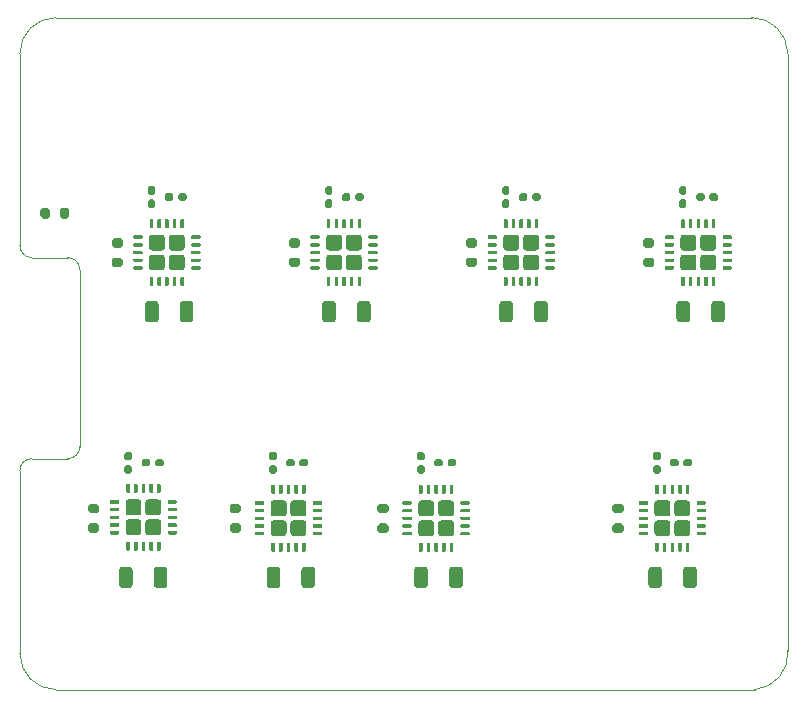
<source format=gtp>
%TF.GenerationSoftware,KiCad,Pcbnew,(5.1.10)-1*%
%TF.CreationDate,2021-10-18T20:40:58-05:00*%
%TF.ProjectId,Pt100Hat,50743130-3048-4617-942e-6b696361645f,1*%
%TF.SameCoordinates,Original*%
%TF.FileFunction,Paste,Top*%
%TF.FilePolarity,Positive*%
%FSLAX46Y46*%
G04 Gerber Fmt 4.6, Leading zero omitted, Abs format (unit mm)*
G04 Created by KiCad (PCBNEW (5.1.10)-1) date 2021-10-18 20:40:58*
%MOMM*%
%LPD*%
G01*
G04 APERTURE LIST*
%TA.AperFunction,Profile*%
%ADD10C,0.100000*%
%TD*%
G04 APERTURE END LIST*
D10*
X104800400Y-129997200D02*
X163982400Y-129997200D01*
X163728400Y-73101200D02*
X104800400Y-73101200D01*
X166776400Y-76149200D02*
G75*
G03*
X163728400Y-73101200I-3048000J0D01*
G01*
X101752400Y-111455200D02*
X101752400Y-126949200D01*
X102768400Y-110439200D02*
X105816400Y-110439200D01*
X106832400Y-94437200D02*
X106832400Y-109423200D01*
X102768400Y-93421200D02*
X105816400Y-93421200D01*
X101752400Y-76149200D02*
X101752400Y-92405200D01*
X104800400Y-73101200D02*
G75*
G03*
X101752400Y-76149200I0J-3048000D01*
G01*
X166776400Y-126695200D02*
X166776400Y-76149200D01*
X106832400Y-94437200D02*
G75*
G03*
X105816400Y-93421200I-1016000J0D01*
G01*
X105816400Y-110439200D02*
G75*
G03*
X106832400Y-109423200I0J1016000D01*
G01*
X102768400Y-110439200D02*
G75*
G03*
X101752400Y-111455200I0J-1016000D01*
G01*
X101752400Y-92405200D02*
G75*
G03*
X102768400Y-93421200I1016000J0D01*
G01*
X101752400Y-126949200D02*
G75*
G03*
X104800400Y-129997200I3048000J0D01*
G01*
X163982400Y-129997200D02*
G75*
G03*
X166776400Y-126695200I-254000J3048000D01*
G01*
%TO.C,U1*%
G36*
G01*
X112382000Y-116683001D02*
X112382000Y-115832999D01*
G75*
G02*
X112631999Y-115583000I249999J0D01*
G01*
X113482001Y-115583000D01*
G75*
G02*
X113732000Y-115832999I0J-249999D01*
G01*
X113732000Y-116683001D01*
G75*
G02*
X113482001Y-116933000I-249999J0D01*
G01*
X112631999Y-116933000D01*
G75*
G02*
X112382000Y-116683001I0J249999D01*
G01*
G37*
G36*
G01*
X112382000Y-115003001D02*
X112382000Y-114152999D01*
G75*
G02*
X112631999Y-113903000I249999J0D01*
G01*
X113482001Y-113903000D01*
G75*
G02*
X113732000Y-114152999I0J-249999D01*
G01*
X113732000Y-115003001D01*
G75*
G02*
X113482001Y-115253000I-249999J0D01*
G01*
X112631999Y-115253000D01*
G75*
G02*
X112382000Y-115003001I0J249999D01*
G01*
G37*
G36*
G01*
X110702000Y-116683001D02*
X110702000Y-115832999D01*
G75*
G02*
X110951999Y-115583000I249999J0D01*
G01*
X111802001Y-115583000D01*
G75*
G02*
X112052000Y-115832999I0J-249999D01*
G01*
X112052000Y-116683001D01*
G75*
G02*
X111802001Y-116933000I-249999J0D01*
G01*
X110951999Y-116933000D01*
G75*
G02*
X110702000Y-116683001I0J249999D01*
G01*
G37*
G36*
G01*
X110702000Y-115003001D02*
X110702000Y-114152999D01*
G75*
G02*
X110951999Y-113903000I249999J0D01*
G01*
X111802001Y-113903000D01*
G75*
G02*
X112052000Y-114152999I0J-249999D01*
G01*
X112052000Y-115003001D01*
G75*
G02*
X111802001Y-115253000I-249999J0D01*
G01*
X110951999Y-115253000D01*
G75*
G02*
X110702000Y-115003001I0J249999D01*
G01*
G37*
G36*
G01*
X110767000Y-113293000D02*
X110767000Y-112643000D01*
G75*
G02*
X110842000Y-112568000I75000J0D01*
G01*
X110992000Y-112568000D01*
G75*
G02*
X111067000Y-112643000I0J-75000D01*
G01*
X111067000Y-113293000D01*
G75*
G02*
X110992000Y-113368000I-75000J0D01*
G01*
X110842000Y-113368000D01*
G75*
G02*
X110767000Y-113293000I0J75000D01*
G01*
G37*
G36*
G01*
X111417000Y-113293000D02*
X111417000Y-112643000D01*
G75*
G02*
X111492000Y-112568000I75000J0D01*
G01*
X111642000Y-112568000D01*
G75*
G02*
X111717000Y-112643000I0J-75000D01*
G01*
X111717000Y-113293000D01*
G75*
G02*
X111642000Y-113368000I-75000J0D01*
G01*
X111492000Y-113368000D01*
G75*
G02*
X111417000Y-113293000I0J75000D01*
G01*
G37*
G36*
G01*
X112067000Y-113293000D02*
X112067000Y-112643000D01*
G75*
G02*
X112142000Y-112568000I75000J0D01*
G01*
X112292000Y-112568000D01*
G75*
G02*
X112367000Y-112643000I0J-75000D01*
G01*
X112367000Y-113293000D01*
G75*
G02*
X112292000Y-113368000I-75000J0D01*
G01*
X112142000Y-113368000D01*
G75*
G02*
X112067000Y-113293000I0J75000D01*
G01*
G37*
G36*
G01*
X112717000Y-113293000D02*
X112717000Y-112643000D01*
G75*
G02*
X112792000Y-112568000I75000J0D01*
G01*
X112942000Y-112568000D01*
G75*
G02*
X113017000Y-112643000I0J-75000D01*
G01*
X113017000Y-113293000D01*
G75*
G02*
X112942000Y-113368000I-75000J0D01*
G01*
X112792000Y-113368000D01*
G75*
G02*
X112717000Y-113293000I0J75000D01*
G01*
G37*
G36*
G01*
X113367000Y-113293000D02*
X113367000Y-112643000D01*
G75*
G02*
X113442000Y-112568000I75000J0D01*
G01*
X113592000Y-112568000D01*
G75*
G02*
X113667000Y-112643000I0J-75000D01*
G01*
X113667000Y-113293000D01*
G75*
G02*
X113592000Y-113368000I-75000J0D01*
G01*
X113442000Y-113368000D01*
G75*
G02*
X113367000Y-113293000I0J75000D01*
G01*
G37*
G36*
G01*
X114267000Y-114193000D02*
X114267000Y-114043000D01*
G75*
G02*
X114342000Y-113968000I75000J0D01*
G01*
X114992000Y-113968000D01*
G75*
G02*
X115067000Y-114043000I0J-75000D01*
G01*
X115067000Y-114193000D01*
G75*
G02*
X114992000Y-114268000I-75000J0D01*
G01*
X114342000Y-114268000D01*
G75*
G02*
X114267000Y-114193000I0J75000D01*
G01*
G37*
G36*
G01*
X114267000Y-114843000D02*
X114267000Y-114693000D01*
G75*
G02*
X114342000Y-114618000I75000J0D01*
G01*
X114992000Y-114618000D01*
G75*
G02*
X115067000Y-114693000I0J-75000D01*
G01*
X115067000Y-114843000D01*
G75*
G02*
X114992000Y-114918000I-75000J0D01*
G01*
X114342000Y-114918000D01*
G75*
G02*
X114267000Y-114843000I0J75000D01*
G01*
G37*
G36*
G01*
X114267000Y-115493000D02*
X114267000Y-115343000D01*
G75*
G02*
X114342000Y-115268000I75000J0D01*
G01*
X114992000Y-115268000D01*
G75*
G02*
X115067000Y-115343000I0J-75000D01*
G01*
X115067000Y-115493000D01*
G75*
G02*
X114992000Y-115568000I-75000J0D01*
G01*
X114342000Y-115568000D01*
G75*
G02*
X114267000Y-115493000I0J75000D01*
G01*
G37*
G36*
G01*
X114267000Y-116143000D02*
X114267000Y-115993000D01*
G75*
G02*
X114342000Y-115918000I75000J0D01*
G01*
X114992000Y-115918000D01*
G75*
G02*
X115067000Y-115993000I0J-75000D01*
G01*
X115067000Y-116143000D01*
G75*
G02*
X114992000Y-116218000I-75000J0D01*
G01*
X114342000Y-116218000D01*
G75*
G02*
X114267000Y-116143000I0J75000D01*
G01*
G37*
G36*
G01*
X114267000Y-116793000D02*
X114267000Y-116643000D01*
G75*
G02*
X114342000Y-116568000I75000J0D01*
G01*
X114992000Y-116568000D01*
G75*
G02*
X115067000Y-116643000I0J-75000D01*
G01*
X115067000Y-116793000D01*
G75*
G02*
X114992000Y-116868000I-75000J0D01*
G01*
X114342000Y-116868000D01*
G75*
G02*
X114267000Y-116793000I0J75000D01*
G01*
G37*
G36*
G01*
X113367000Y-118193000D02*
X113367000Y-117543000D01*
G75*
G02*
X113442000Y-117468000I75000J0D01*
G01*
X113592000Y-117468000D01*
G75*
G02*
X113667000Y-117543000I0J-75000D01*
G01*
X113667000Y-118193000D01*
G75*
G02*
X113592000Y-118268000I-75000J0D01*
G01*
X113442000Y-118268000D01*
G75*
G02*
X113367000Y-118193000I0J75000D01*
G01*
G37*
G36*
G01*
X112717000Y-118193000D02*
X112717000Y-117543000D01*
G75*
G02*
X112792000Y-117468000I75000J0D01*
G01*
X112942000Y-117468000D01*
G75*
G02*
X113017000Y-117543000I0J-75000D01*
G01*
X113017000Y-118193000D01*
G75*
G02*
X112942000Y-118268000I-75000J0D01*
G01*
X112792000Y-118268000D01*
G75*
G02*
X112717000Y-118193000I0J75000D01*
G01*
G37*
G36*
G01*
X112067000Y-118193000D02*
X112067000Y-117543000D01*
G75*
G02*
X112142000Y-117468000I75000J0D01*
G01*
X112292000Y-117468000D01*
G75*
G02*
X112367000Y-117543000I0J-75000D01*
G01*
X112367000Y-118193000D01*
G75*
G02*
X112292000Y-118268000I-75000J0D01*
G01*
X112142000Y-118268000D01*
G75*
G02*
X112067000Y-118193000I0J75000D01*
G01*
G37*
G36*
G01*
X111417000Y-118193000D02*
X111417000Y-117543000D01*
G75*
G02*
X111492000Y-117468000I75000J0D01*
G01*
X111642000Y-117468000D01*
G75*
G02*
X111717000Y-117543000I0J-75000D01*
G01*
X111717000Y-118193000D01*
G75*
G02*
X111642000Y-118268000I-75000J0D01*
G01*
X111492000Y-118268000D01*
G75*
G02*
X111417000Y-118193000I0J75000D01*
G01*
G37*
G36*
G01*
X110767000Y-118193000D02*
X110767000Y-117543000D01*
G75*
G02*
X110842000Y-117468000I75000J0D01*
G01*
X110992000Y-117468000D01*
G75*
G02*
X111067000Y-117543000I0J-75000D01*
G01*
X111067000Y-118193000D01*
G75*
G02*
X110992000Y-118268000I-75000J0D01*
G01*
X110842000Y-118268000D01*
G75*
G02*
X110767000Y-118193000I0J75000D01*
G01*
G37*
G36*
G01*
X109367000Y-116793000D02*
X109367000Y-116643000D01*
G75*
G02*
X109442000Y-116568000I75000J0D01*
G01*
X110092000Y-116568000D01*
G75*
G02*
X110167000Y-116643000I0J-75000D01*
G01*
X110167000Y-116793000D01*
G75*
G02*
X110092000Y-116868000I-75000J0D01*
G01*
X109442000Y-116868000D01*
G75*
G02*
X109367000Y-116793000I0J75000D01*
G01*
G37*
G36*
G01*
X109367000Y-116143000D02*
X109367000Y-115993000D01*
G75*
G02*
X109442000Y-115918000I75000J0D01*
G01*
X110092000Y-115918000D01*
G75*
G02*
X110167000Y-115993000I0J-75000D01*
G01*
X110167000Y-116143000D01*
G75*
G02*
X110092000Y-116218000I-75000J0D01*
G01*
X109442000Y-116218000D01*
G75*
G02*
X109367000Y-116143000I0J75000D01*
G01*
G37*
G36*
G01*
X109367000Y-115493000D02*
X109367000Y-115343000D01*
G75*
G02*
X109442000Y-115268000I75000J0D01*
G01*
X110092000Y-115268000D01*
G75*
G02*
X110167000Y-115343000I0J-75000D01*
G01*
X110167000Y-115493000D01*
G75*
G02*
X110092000Y-115568000I-75000J0D01*
G01*
X109442000Y-115568000D01*
G75*
G02*
X109367000Y-115493000I0J75000D01*
G01*
G37*
G36*
G01*
X109367000Y-114843000D02*
X109367000Y-114693000D01*
G75*
G02*
X109442000Y-114618000I75000J0D01*
G01*
X110092000Y-114618000D01*
G75*
G02*
X110167000Y-114693000I0J-75000D01*
G01*
X110167000Y-114843000D01*
G75*
G02*
X110092000Y-114918000I-75000J0D01*
G01*
X109442000Y-114918000D01*
G75*
G02*
X109367000Y-114843000I0J75000D01*
G01*
G37*
G36*
G01*
X109367000Y-114193000D02*
X109367000Y-114043000D01*
G75*
G02*
X109442000Y-113968000I75000J0D01*
G01*
X110092000Y-113968000D01*
G75*
G02*
X110167000Y-114043000I0J-75000D01*
G01*
X110167000Y-114193000D01*
G75*
G02*
X110092000Y-114268000I-75000J0D01*
G01*
X109442000Y-114268000D01*
G75*
G02*
X109367000Y-114193000I0J75000D01*
G01*
G37*
%TD*%
%TO.C,C1*%
G36*
G01*
X113200000Y-110955000D02*
X113200000Y-110645000D01*
G75*
G02*
X113355000Y-110490000I155000J0D01*
G01*
X113780000Y-110490000D01*
G75*
G02*
X113935000Y-110645000I0J-155000D01*
G01*
X113935000Y-110955000D01*
G75*
G02*
X113780000Y-111110000I-155000J0D01*
G01*
X113355000Y-111110000D01*
G75*
G02*
X113200000Y-110955000I0J155000D01*
G01*
G37*
G36*
G01*
X112065000Y-110955000D02*
X112065000Y-110645000D01*
G75*
G02*
X112220000Y-110490000I155000J0D01*
G01*
X112645000Y-110490000D01*
G75*
G02*
X112800000Y-110645000I0J-155000D01*
G01*
X112800000Y-110955000D01*
G75*
G02*
X112645000Y-111110000I-155000J0D01*
G01*
X112220000Y-111110000D01*
G75*
G02*
X112065000Y-110955000I0J155000D01*
G01*
G37*
%TD*%
%TO.C,C2*%
G36*
G01*
X110765000Y-111000000D02*
X111075000Y-111000000D01*
G75*
G02*
X111230000Y-111155000I0J-155000D01*
G01*
X111230000Y-111580000D01*
G75*
G02*
X111075000Y-111735000I-155000J0D01*
G01*
X110765000Y-111735000D01*
G75*
G02*
X110610000Y-111580000I0J155000D01*
G01*
X110610000Y-111155000D01*
G75*
G02*
X110765000Y-111000000I155000J0D01*
G01*
G37*
G36*
G01*
X110765000Y-109865000D02*
X111075000Y-109865000D01*
G75*
G02*
X111230000Y-110020000I0J-155000D01*
G01*
X111230000Y-110445000D01*
G75*
G02*
X111075000Y-110600000I-155000J0D01*
G01*
X110765000Y-110600000D01*
G75*
G02*
X110610000Y-110445000I0J155000D01*
G01*
X110610000Y-110020000D01*
G75*
G02*
X110765000Y-109865000I155000J0D01*
G01*
G37*
%TD*%
%TO.C,C3*%
G36*
G01*
X114250000Y-119849999D02*
X114250000Y-121150001D01*
G75*
G02*
X114000001Y-121400000I-249999J0D01*
G01*
X113349999Y-121400000D01*
G75*
G02*
X113100000Y-121150001I0J249999D01*
G01*
X113100000Y-119849999D01*
G75*
G02*
X113349999Y-119600000I249999J0D01*
G01*
X114000001Y-119600000D01*
G75*
G02*
X114250000Y-119849999I0J-249999D01*
G01*
G37*
G36*
G01*
X111300000Y-119849999D02*
X111300000Y-121150001D01*
G75*
G02*
X111050001Y-121400000I-249999J0D01*
G01*
X110399999Y-121400000D01*
G75*
G02*
X110150000Y-121150001I0J249999D01*
G01*
X110150000Y-119849999D01*
G75*
G02*
X110399999Y-119600000I249999J0D01*
G01*
X111050001Y-119600000D01*
G75*
G02*
X111300000Y-119849999I0J-249999D01*
G01*
G37*
%TD*%
%TO.C,C4*%
G36*
G01*
X125431000Y-110955000D02*
X125431000Y-110645000D01*
G75*
G02*
X125586000Y-110490000I155000J0D01*
G01*
X126011000Y-110490000D01*
G75*
G02*
X126166000Y-110645000I0J-155000D01*
G01*
X126166000Y-110955000D01*
G75*
G02*
X126011000Y-111110000I-155000J0D01*
G01*
X125586000Y-111110000D01*
G75*
G02*
X125431000Y-110955000I0J155000D01*
G01*
G37*
G36*
G01*
X124296000Y-110955000D02*
X124296000Y-110645000D01*
G75*
G02*
X124451000Y-110490000I155000J0D01*
G01*
X124876000Y-110490000D01*
G75*
G02*
X125031000Y-110645000I0J-155000D01*
G01*
X125031000Y-110955000D01*
G75*
G02*
X124876000Y-111110000I-155000J0D01*
G01*
X124451000Y-111110000D01*
G75*
G02*
X124296000Y-110955000I0J155000D01*
G01*
G37*
%TD*%
%TO.C,C5*%
G36*
G01*
X114009000Y-88455000D02*
X114009000Y-88145000D01*
G75*
G02*
X114164000Y-87990000I155000J0D01*
G01*
X114589000Y-87990000D01*
G75*
G02*
X114744000Y-88145000I0J-155000D01*
G01*
X114744000Y-88455000D01*
G75*
G02*
X114589000Y-88610000I-155000J0D01*
G01*
X114164000Y-88610000D01*
G75*
G02*
X114009000Y-88455000I0J155000D01*
G01*
G37*
G36*
G01*
X115144000Y-88455000D02*
X115144000Y-88145000D01*
G75*
G02*
X115299000Y-87990000I155000J0D01*
G01*
X115724000Y-87990000D01*
G75*
G02*
X115879000Y-88145000I0J-155000D01*
G01*
X115879000Y-88455000D01*
G75*
G02*
X115724000Y-88610000I-155000J0D01*
G01*
X115299000Y-88610000D01*
G75*
G02*
X115144000Y-88455000I0J155000D01*
G01*
G37*
%TD*%
%TO.C,C6*%
G36*
G01*
X129011000Y-88455000D02*
X129011000Y-88145000D01*
G75*
G02*
X129166000Y-87990000I155000J0D01*
G01*
X129591000Y-87990000D01*
G75*
G02*
X129746000Y-88145000I0J-155000D01*
G01*
X129746000Y-88455000D01*
G75*
G02*
X129591000Y-88610000I-155000J0D01*
G01*
X129166000Y-88610000D01*
G75*
G02*
X129011000Y-88455000I0J155000D01*
G01*
G37*
G36*
G01*
X130146000Y-88455000D02*
X130146000Y-88145000D01*
G75*
G02*
X130301000Y-87990000I155000J0D01*
G01*
X130726000Y-87990000D01*
G75*
G02*
X130881000Y-88145000I0J-155000D01*
G01*
X130881000Y-88455000D01*
G75*
G02*
X130726000Y-88610000I-155000J0D01*
G01*
X130301000Y-88610000D01*
G75*
G02*
X130146000Y-88455000I0J155000D01*
G01*
G37*
%TD*%
%TO.C,C7*%
G36*
G01*
X123035000Y-109865000D02*
X123345000Y-109865000D01*
G75*
G02*
X123500000Y-110020000I0J-155000D01*
G01*
X123500000Y-110445000D01*
G75*
G02*
X123345000Y-110600000I-155000J0D01*
G01*
X123035000Y-110600000D01*
G75*
G02*
X122880000Y-110445000I0J155000D01*
G01*
X122880000Y-110020000D01*
G75*
G02*
X123035000Y-109865000I155000J0D01*
G01*
G37*
G36*
G01*
X123035000Y-111000000D02*
X123345000Y-111000000D01*
G75*
G02*
X123500000Y-111155000I0J-155000D01*
G01*
X123500000Y-111580000D01*
G75*
G02*
X123345000Y-111735000I-155000J0D01*
G01*
X123035000Y-111735000D01*
G75*
G02*
X122880000Y-111580000I0J155000D01*
G01*
X122880000Y-111155000D01*
G75*
G02*
X123035000Y-111000000I155000J0D01*
G01*
G37*
%TD*%
%TO.C,C8*%
G36*
G01*
X112748000Y-88500000D02*
X113058000Y-88500000D01*
G75*
G02*
X113213000Y-88655000I0J-155000D01*
G01*
X113213000Y-89080000D01*
G75*
G02*
X113058000Y-89235000I-155000J0D01*
G01*
X112748000Y-89235000D01*
G75*
G02*
X112593000Y-89080000I0J155000D01*
G01*
X112593000Y-88655000D01*
G75*
G02*
X112748000Y-88500000I155000J0D01*
G01*
G37*
G36*
G01*
X112748000Y-87365000D02*
X113058000Y-87365000D01*
G75*
G02*
X113213000Y-87520000I0J-155000D01*
G01*
X113213000Y-87945000D01*
G75*
G02*
X113058000Y-88100000I-155000J0D01*
G01*
X112748000Y-88100000D01*
G75*
G02*
X112593000Y-87945000I0J155000D01*
G01*
X112593000Y-87520000D01*
G75*
G02*
X112748000Y-87365000I155000J0D01*
G01*
G37*
%TD*%
%TO.C,C9*%
G36*
G01*
X127759000Y-87365000D02*
X128069000Y-87365000D01*
G75*
G02*
X128224000Y-87520000I0J-155000D01*
G01*
X128224000Y-87945000D01*
G75*
G02*
X128069000Y-88100000I-155000J0D01*
G01*
X127759000Y-88100000D01*
G75*
G02*
X127604000Y-87945000I0J155000D01*
G01*
X127604000Y-87520000D01*
G75*
G02*
X127759000Y-87365000I155000J0D01*
G01*
G37*
G36*
G01*
X127759000Y-88500000D02*
X128069000Y-88500000D01*
G75*
G02*
X128224000Y-88655000I0J-155000D01*
G01*
X128224000Y-89080000D01*
G75*
G02*
X128069000Y-89235000I-155000J0D01*
G01*
X127759000Y-89235000D01*
G75*
G02*
X127604000Y-89080000I0J155000D01*
G01*
X127604000Y-88655000D01*
G75*
G02*
X127759000Y-88500000I155000J0D01*
G01*
G37*
%TD*%
%TO.C,C10*%
G36*
G01*
X126750000Y-119849999D02*
X126750000Y-121150001D01*
G75*
G02*
X126500001Y-121400000I-249999J0D01*
G01*
X125849999Y-121400000D01*
G75*
G02*
X125600000Y-121150001I0J249999D01*
G01*
X125600000Y-119849999D01*
G75*
G02*
X125849999Y-119600000I249999J0D01*
G01*
X126500001Y-119600000D01*
G75*
G02*
X126750000Y-119849999I0J-249999D01*
G01*
G37*
G36*
G01*
X123800000Y-119849999D02*
X123800000Y-121150001D01*
G75*
G02*
X123550001Y-121400000I-249999J0D01*
G01*
X122899999Y-121400000D01*
G75*
G02*
X122650000Y-121150001I0J249999D01*
G01*
X122650000Y-119849999D01*
G75*
G02*
X122899999Y-119600000I249999J0D01*
G01*
X123550001Y-119600000D01*
G75*
G02*
X123800000Y-119849999I0J-249999D01*
G01*
G37*
%TD*%
%TO.C,C11*%
G36*
G01*
X113500000Y-97349999D02*
X113500000Y-98650001D01*
G75*
G02*
X113250001Y-98900000I-249999J0D01*
G01*
X112599999Y-98900000D01*
G75*
G02*
X112350000Y-98650001I0J249999D01*
G01*
X112350000Y-97349999D01*
G75*
G02*
X112599999Y-97100000I249999J0D01*
G01*
X113250001Y-97100000D01*
G75*
G02*
X113500000Y-97349999I0J-249999D01*
G01*
G37*
G36*
G01*
X116450000Y-97349999D02*
X116450000Y-98650001D01*
G75*
G02*
X116200001Y-98900000I-249999J0D01*
G01*
X115549999Y-98900000D01*
G75*
G02*
X115300000Y-98650001I0J249999D01*
G01*
X115300000Y-97349999D01*
G75*
G02*
X115549999Y-97100000I249999J0D01*
G01*
X116200001Y-97100000D01*
G75*
G02*
X116450000Y-97349999I0J-249999D01*
G01*
G37*
%TD*%
%TO.C,C12*%
G36*
G01*
X128500000Y-97349999D02*
X128500000Y-98650001D01*
G75*
G02*
X128250001Y-98900000I-249999J0D01*
G01*
X127599999Y-98900000D01*
G75*
G02*
X127350000Y-98650001I0J249999D01*
G01*
X127350000Y-97349999D01*
G75*
G02*
X127599999Y-97100000I249999J0D01*
G01*
X128250001Y-97100000D01*
G75*
G02*
X128500000Y-97349999I0J-249999D01*
G01*
G37*
G36*
G01*
X131450000Y-97349999D02*
X131450000Y-98650001D01*
G75*
G02*
X131200001Y-98900000I-249999J0D01*
G01*
X130549999Y-98900000D01*
G75*
G02*
X130300000Y-98650001I0J249999D01*
G01*
X130300000Y-97349999D01*
G75*
G02*
X130549999Y-97100000I249999J0D01*
G01*
X131200001Y-97100000D01*
G75*
G02*
X131450000Y-97349999I0J-249999D01*
G01*
G37*
%TD*%
%TO.C,C13*%
G36*
G01*
X143997000Y-88455000D02*
X143997000Y-88145000D01*
G75*
G02*
X144152000Y-87990000I155000J0D01*
G01*
X144577000Y-87990000D01*
G75*
G02*
X144732000Y-88145000I0J-155000D01*
G01*
X144732000Y-88455000D01*
G75*
G02*
X144577000Y-88610000I-155000J0D01*
G01*
X144152000Y-88610000D01*
G75*
G02*
X143997000Y-88455000I0J155000D01*
G01*
G37*
G36*
G01*
X145132000Y-88455000D02*
X145132000Y-88145000D01*
G75*
G02*
X145287000Y-87990000I155000J0D01*
G01*
X145712000Y-87990000D01*
G75*
G02*
X145867000Y-88145000I0J-155000D01*
G01*
X145867000Y-88455000D01*
G75*
G02*
X145712000Y-88610000I-155000J0D01*
G01*
X145287000Y-88610000D01*
G75*
G02*
X145132000Y-88455000I0J155000D01*
G01*
G37*
%TD*%
%TO.C,C14*%
G36*
G01*
X159009000Y-88455000D02*
X159009000Y-88145000D01*
G75*
G02*
X159164000Y-87990000I155000J0D01*
G01*
X159589000Y-87990000D01*
G75*
G02*
X159744000Y-88145000I0J-155000D01*
G01*
X159744000Y-88455000D01*
G75*
G02*
X159589000Y-88610000I-155000J0D01*
G01*
X159164000Y-88610000D01*
G75*
G02*
X159009000Y-88455000I0J155000D01*
G01*
G37*
G36*
G01*
X160144000Y-88455000D02*
X160144000Y-88145000D01*
G75*
G02*
X160299000Y-87990000I155000J0D01*
G01*
X160724000Y-87990000D01*
G75*
G02*
X160879000Y-88145000I0J-155000D01*
G01*
X160879000Y-88455000D01*
G75*
G02*
X160724000Y-88610000I-155000J0D01*
G01*
X160299000Y-88610000D01*
G75*
G02*
X160144000Y-88455000I0J155000D01*
G01*
G37*
%TD*%
%TO.C,C15*%
G36*
G01*
X142745000Y-88500000D02*
X143055000Y-88500000D01*
G75*
G02*
X143210000Y-88655000I0J-155000D01*
G01*
X143210000Y-89080000D01*
G75*
G02*
X143055000Y-89235000I-155000J0D01*
G01*
X142745000Y-89235000D01*
G75*
G02*
X142590000Y-89080000I0J155000D01*
G01*
X142590000Y-88655000D01*
G75*
G02*
X142745000Y-88500000I155000J0D01*
G01*
G37*
G36*
G01*
X142745000Y-87365000D02*
X143055000Y-87365000D01*
G75*
G02*
X143210000Y-87520000I0J-155000D01*
G01*
X143210000Y-87945000D01*
G75*
G02*
X143055000Y-88100000I-155000J0D01*
G01*
X142745000Y-88100000D01*
G75*
G02*
X142590000Y-87945000I0J155000D01*
G01*
X142590000Y-87520000D01*
G75*
G02*
X142745000Y-87365000I155000J0D01*
G01*
G37*
%TD*%
%TO.C,C16*%
G36*
G01*
X157731000Y-88500000D02*
X158041000Y-88500000D01*
G75*
G02*
X158196000Y-88655000I0J-155000D01*
G01*
X158196000Y-89080000D01*
G75*
G02*
X158041000Y-89235000I-155000J0D01*
G01*
X157731000Y-89235000D01*
G75*
G02*
X157576000Y-89080000I0J155000D01*
G01*
X157576000Y-88655000D01*
G75*
G02*
X157731000Y-88500000I155000J0D01*
G01*
G37*
G36*
G01*
X157731000Y-87365000D02*
X158041000Y-87365000D01*
G75*
G02*
X158196000Y-87520000I0J-155000D01*
G01*
X158196000Y-87945000D01*
G75*
G02*
X158041000Y-88100000I-155000J0D01*
G01*
X157731000Y-88100000D01*
G75*
G02*
X157576000Y-87945000I0J155000D01*
G01*
X157576000Y-87520000D01*
G75*
G02*
X157731000Y-87365000I155000J0D01*
G01*
G37*
%TD*%
%TO.C,C17*%
G36*
G01*
X146450000Y-97349999D02*
X146450000Y-98650001D01*
G75*
G02*
X146200001Y-98900000I-249999J0D01*
G01*
X145549999Y-98900000D01*
G75*
G02*
X145300000Y-98650001I0J249999D01*
G01*
X145300000Y-97349999D01*
G75*
G02*
X145549999Y-97100000I249999J0D01*
G01*
X146200001Y-97100000D01*
G75*
G02*
X146450000Y-97349999I0J-249999D01*
G01*
G37*
G36*
G01*
X143500000Y-97349999D02*
X143500000Y-98650001D01*
G75*
G02*
X143250001Y-98900000I-249999J0D01*
G01*
X142599999Y-98900000D01*
G75*
G02*
X142350000Y-98650001I0J249999D01*
G01*
X142350000Y-97349999D01*
G75*
G02*
X142599999Y-97100000I249999J0D01*
G01*
X143250001Y-97100000D01*
G75*
G02*
X143500000Y-97349999I0J-249999D01*
G01*
G37*
%TD*%
%TO.C,C18*%
G36*
G01*
X158500000Y-97349999D02*
X158500000Y-98650001D01*
G75*
G02*
X158250001Y-98900000I-249999J0D01*
G01*
X157599999Y-98900000D01*
G75*
G02*
X157350000Y-98650001I0J249999D01*
G01*
X157350000Y-97349999D01*
G75*
G02*
X157599999Y-97100000I249999J0D01*
G01*
X158250001Y-97100000D01*
G75*
G02*
X158500000Y-97349999I0J-249999D01*
G01*
G37*
G36*
G01*
X161450000Y-97349999D02*
X161450000Y-98650001D01*
G75*
G02*
X161200001Y-98900000I-249999J0D01*
G01*
X160549999Y-98900000D01*
G75*
G02*
X160300000Y-98650001I0J249999D01*
G01*
X160300000Y-97349999D01*
G75*
G02*
X160549999Y-97100000I249999J0D01*
G01*
X161200001Y-97100000D01*
G75*
G02*
X161450000Y-97349999I0J-249999D01*
G01*
G37*
%TD*%
%TO.C,C19*%
G36*
G01*
X136835000Y-110955000D02*
X136835000Y-110645000D01*
G75*
G02*
X136990000Y-110490000I155000J0D01*
G01*
X137415000Y-110490000D01*
G75*
G02*
X137570000Y-110645000I0J-155000D01*
G01*
X137570000Y-110955000D01*
G75*
G02*
X137415000Y-111110000I-155000J0D01*
G01*
X136990000Y-111110000D01*
G75*
G02*
X136835000Y-110955000I0J155000D01*
G01*
G37*
G36*
G01*
X137970000Y-110955000D02*
X137970000Y-110645000D01*
G75*
G02*
X138125000Y-110490000I155000J0D01*
G01*
X138550000Y-110490000D01*
G75*
G02*
X138705000Y-110645000I0J-155000D01*
G01*
X138705000Y-110955000D01*
G75*
G02*
X138550000Y-111110000I-155000J0D01*
G01*
X138125000Y-111110000D01*
G75*
G02*
X137970000Y-110955000I0J155000D01*
G01*
G37*
%TD*%
%TO.C,C20*%
G36*
G01*
X156799000Y-110955000D02*
X156799000Y-110645000D01*
G75*
G02*
X156954000Y-110490000I155000J0D01*
G01*
X157379000Y-110490000D01*
G75*
G02*
X157534000Y-110645000I0J-155000D01*
G01*
X157534000Y-110955000D01*
G75*
G02*
X157379000Y-111110000I-155000J0D01*
G01*
X156954000Y-111110000D01*
G75*
G02*
X156799000Y-110955000I0J155000D01*
G01*
G37*
G36*
G01*
X157934000Y-110955000D02*
X157934000Y-110645000D01*
G75*
G02*
X158089000Y-110490000I155000J0D01*
G01*
X158514000Y-110490000D01*
G75*
G02*
X158669000Y-110645000I0J-155000D01*
G01*
X158669000Y-110955000D01*
G75*
G02*
X158514000Y-111110000I-155000J0D01*
G01*
X158089000Y-111110000D01*
G75*
G02*
X157934000Y-110955000I0J155000D01*
G01*
G37*
%TD*%
%TO.C,C21*%
G36*
G01*
X135557000Y-111000000D02*
X135867000Y-111000000D01*
G75*
G02*
X136022000Y-111155000I0J-155000D01*
G01*
X136022000Y-111580000D01*
G75*
G02*
X135867000Y-111735000I-155000J0D01*
G01*
X135557000Y-111735000D01*
G75*
G02*
X135402000Y-111580000I0J155000D01*
G01*
X135402000Y-111155000D01*
G75*
G02*
X135557000Y-111000000I155000J0D01*
G01*
G37*
G36*
G01*
X135557000Y-109865000D02*
X135867000Y-109865000D01*
G75*
G02*
X136022000Y-110020000I0J-155000D01*
G01*
X136022000Y-110445000D01*
G75*
G02*
X135867000Y-110600000I-155000J0D01*
G01*
X135557000Y-110600000D01*
G75*
G02*
X135402000Y-110445000I0J155000D01*
G01*
X135402000Y-110020000D01*
G75*
G02*
X135557000Y-109865000I155000J0D01*
G01*
G37*
%TD*%
%TO.C,C22*%
G36*
G01*
X155547000Y-111000000D02*
X155857000Y-111000000D01*
G75*
G02*
X156012000Y-111155000I0J-155000D01*
G01*
X156012000Y-111580000D01*
G75*
G02*
X155857000Y-111735000I-155000J0D01*
G01*
X155547000Y-111735000D01*
G75*
G02*
X155392000Y-111580000I0J155000D01*
G01*
X155392000Y-111155000D01*
G75*
G02*
X155547000Y-111000000I155000J0D01*
G01*
G37*
G36*
G01*
X155547000Y-109865000D02*
X155857000Y-109865000D01*
G75*
G02*
X156012000Y-110020000I0J-155000D01*
G01*
X156012000Y-110445000D01*
G75*
G02*
X155857000Y-110600000I-155000J0D01*
G01*
X155547000Y-110600000D01*
G75*
G02*
X155392000Y-110445000I0J155000D01*
G01*
X155392000Y-110020000D01*
G75*
G02*
X155547000Y-109865000I155000J0D01*
G01*
G37*
%TD*%
%TO.C,C23*%
G36*
G01*
X136300000Y-119849999D02*
X136300000Y-121150001D01*
G75*
G02*
X136050001Y-121400000I-249999J0D01*
G01*
X135399999Y-121400000D01*
G75*
G02*
X135150000Y-121150001I0J249999D01*
G01*
X135150000Y-119849999D01*
G75*
G02*
X135399999Y-119600000I249999J0D01*
G01*
X136050001Y-119600000D01*
G75*
G02*
X136300000Y-119849999I0J-249999D01*
G01*
G37*
G36*
G01*
X139250000Y-119849999D02*
X139250000Y-121150001D01*
G75*
G02*
X139000001Y-121400000I-249999J0D01*
G01*
X138349999Y-121400000D01*
G75*
G02*
X138100000Y-121150001I0J249999D01*
G01*
X138100000Y-119849999D01*
G75*
G02*
X138349999Y-119600000I249999J0D01*
G01*
X139000001Y-119600000D01*
G75*
G02*
X139250000Y-119849999I0J-249999D01*
G01*
G37*
%TD*%
%TO.C,C24*%
G36*
G01*
X159073000Y-119849999D02*
X159073000Y-121150001D01*
G75*
G02*
X158823001Y-121400000I-249999J0D01*
G01*
X158172999Y-121400000D01*
G75*
G02*
X157923000Y-121150001I0J249999D01*
G01*
X157923000Y-119849999D01*
G75*
G02*
X158172999Y-119600000I249999J0D01*
G01*
X158823001Y-119600000D01*
G75*
G02*
X159073000Y-119849999I0J-249999D01*
G01*
G37*
G36*
G01*
X156123000Y-119849999D02*
X156123000Y-121150001D01*
G75*
G02*
X155873001Y-121400000I-249999J0D01*
G01*
X155222999Y-121400000D01*
G75*
G02*
X154973000Y-121150001I0J249999D01*
G01*
X154973000Y-119849999D01*
G75*
G02*
X155222999Y-119600000I249999J0D01*
G01*
X155873001Y-119600000D01*
G75*
G02*
X156123000Y-119849999I0J-249999D01*
G01*
G37*
%TD*%
%TO.C,R1*%
G36*
G01*
X107725000Y-115925000D02*
X108275000Y-115925000D01*
G75*
G02*
X108475000Y-116125000I0J-200000D01*
G01*
X108475000Y-116525000D01*
G75*
G02*
X108275000Y-116725000I-200000J0D01*
G01*
X107725000Y-116725000D01*
G75*
G02*
X107525000Y-116525000I0J200000D01*
G01*
X107525000Y-116125000D01*
G75*
G02*
X107725000Y-115925000I200000J0D01*
G01*
G37*
G36*
G01*
X107725000Y-114275000D02*
X108275000Y-114275000D01*
G75*
G02*
X108475000Y-114475000I0J-200000D01*
G01*
X108475000Y-114875000D01*
G75*
G02*
X108275000Y-115075000I-200000J0D01*
G01*
X107725000Y-115075000D01*
G75*
G02*
X107525000Y-114875000I0J200000D01*
G01*
X107525000Y-114475000D01*
G75*
G02*
X107725000Y-114275000I200000J0D01*
G01*
G37*
%TD*%
%TO.C,R2*%
G36*
G01*
X119725000Y-115925000D02*
X120275000Y-115925000D01*
G75*
G02*
X120475000Y-116125000I0J-200000D01*
G01*
X120475000Y-116525000D01*
G75*
G02*
X120275000Y-116725000I-200000J0D01*
G01*
X119725000Y-116725000D01*
G75*
G02*
X119525000Y-116525000I0J200000D01*
G01*
X119525000Y-116125000D01*
G75*
G02*
X119725000Y-115925000I200000J0D01*
G01*
G37*
G36*
G01*
X119725000Y-114275000D02*
X120275000Y-114275000D01*
G75*
G02*
X120475000Y-114475000I0J-200000D01*
G01*
X120475000Y-114875000D01*
G75*
G02*
X120275000Y-115075000I-200000J0D01*
G01*
X119725000Y-115075000D01*
G75*
G02*
X119525000Y-114875000I0J200000D01*
G01*
X119525000Y-114475000D01*
G75*
G02*
X119725000Y-114275000I200000J0D01*
G01*
G37*
%TD*%
%TO.C,R3*%
G36*
G01*
X109725000Y-91775000D02*
X110275000Y-91775000D01*
G75*
G02*
X110475000Y-91975000I0J-200000D01*
G01*
X110475000Y-92375000D01*
G75*
G02*
X110275000Y-92575000I-200000J0D01*
G01*
X109725000Y-92575000D01*
G75*
G02*
X109525000Y-92375000I0J200000D01*
G01*
X109525000Y-91975000D01*
G75*
G02*
X109725000Y-91775000I200000J0D01*
G01*
G37*
G36*
G01*
X109725000Y-93425000D02*
X110275000Y-93425000D01*
G75*
G02*
X110475000Y-93625000I0J-200000D01*
G01*
X110475000Y-94025000D01*
G75*
G02*
X110275000Y-94225000I-200000J0D01*
G01*
X109725000Y-94225000D01*
G75*
G02*
X109525000Y-94025000I0J200000D01*
G01*
X109525000Y-93625000D01*
G75*
G02*
X109725000Y-93425000I200000J0D01*
G01*
G37*
%TD*%
%TO.C,R4*%
G36*
G01*
X124725000Y-91775000D02*
X125275000Y-91775000D01*
G75*
G02*
X125475000Y-91975000I0J-200000D01*
G01*
X125475000Y-92375000D01*
G75*
G02*
X125275000Y-92575000I-200000J0D01*
G01*
X124725000Y-92575000D01*
G75*
G02*
X124525000Y-92375000I0J200000D01*
G01*
X124525000Y-91975000D01*
G75*
G02*
X124725000Y-91775000I200000J0D01*
G01*
G37*
G36*
G01*
X124725000Y-93425000D02*
X125275000Y-93425000D01*
G75*
G02*
X125475000Y-93625000I0J-200000D01*
G01*
X125475000Y-94025000D01*
G75*
G02*
X125275000Y-94225000I-200000J0D01*
G01*
X124725000Y-94225000D01*
G75*
G02*
X124525000Y-94025000I0J200000D01*
G01*
X124525000Y-93625000D01*
G75*
G02*
X124725000Y-93425000I200000J0D01*
G01*
G37*
%TD*%
%TO.C,R5*%
G36*
G01*
X139725000Y-91775000D02*
X140275000Y-91775000D01*
G75*
G02*
X140475000Y-91975000I0J-200000D01*
G01*
X140475000Y-92375000D01*
G75*
G02*
X140275000Y-92575000I-200000J0D01*
G01*
X139725000Y-92575000D01*
G75*
G02*
X139525000Y-92375000I0J200000D01*
G01*
X139525000Y-91975000D01*
G75*
G02*
X139725000Y-91775000I200000J0D01*
G01*
G37*
G36*
G01*
X139725000Y-93425000D02*
X140275000Y-93425000D01*
G75*
G02*
X140475000Y-93625000I0J-200000D01*
G01*
X140475000Y-94025000D01*
G75*
G02*
X140275000Y-94225000I-200000J0D01*
G01*
X139725000Y-94225000D01*
G75*
G02*
X139525000Y-94025000I0J200000D01*
G01*
X139525000Y-93625000D01*
G75*
G02*
X139725000Y-93425000I200000J0D01*
G01*
G37*
%TD*%
%TO.C,R6*%
G36*
G01*
X154725000Y-91775000D02*
X155275000Y-91775000D01*
G75*
G02*
X155475000Y-91975000I0J-200000D01*
G01*
X155475000Y-92375000D01*
G75*
G02*
X155275000Y-92575000I-200000J0D01*
G01*
X154725000Y-92575000D01*
G75*
G02*
X154525000Y-92375000I0J200000D01*
G01*
X154525000Y-91975000D01*
G75*
G02*
X154725000Y-91775000I200000J0D01*
G01*
G37*
G36*
G01*
X154725000Y-93425000D02*
X155275000Y-93425000D01*
G75*
G02*
X155475000Y-93625000I0J-200000D01*
G01*
X155475000Y-94025000D01*
G75*
G02*
X155275000Y-94225000I-200000J0D01*
G01*
X154725000Y-94225000D01*
G75*
G02*
X154525000Y-94025000I0J200000D01*
G01*
X154525000Y-93625000D01*
G75*
G02*
X154725000Y-93425000I200000J0D01*
G01*
G37*
%TD*%
%TO.C,R7*%
G36*
G01*
X132225000Y-115925000D02*
X132775000Y-115925000D01*
G75*
G02*
X132975000Y-116125000I0J-200000D01*
G01*
X132975000Y-116525000D01*
G75*
G02*
X132775000Y-116725000I-200000J0D01*
G01*
X132225000Y-116725000D01*
G75*
G02*
X132025000Y-116525000I0J200000D01*
G01*
X132025000Y-116125000D01*
G75*
G02*
X132225000Y-115925000I200000J0D01*
G01*
G37*
G36*
G01*
X132225000Y-114275000D02*
X132775000Y-114275000D01*
G75*
G02*
X132975000Y-114475000I0J-200000D01*
G01*
X132975000Y-114875000D01*
G75*
G02*
X132775000Y-115075000I-200000J0D01*
G01*
X132225000Y-115075000D01*
G75*
G02*
X132025000Y-114875000I0J200000D01*
G01*
X132025000Y-114475000D01*
G75*
G02*
X132225000Y-114275000I200000J0D01*
G01*
G37*
%TD*%
%TO.C,R8*%
G36*
G01*
X152125000Y-115925000D02*
X152675000Y-115925000D01*
G75*
G02*
X152875000Y-116125000I0J-200000D01*
G01*
X152875000Y-116525000D01*
G75*
G02*
X152675000Y-116725000I-200000J0D01*
G01*
X152125000Y-116725000D01*
G75*
G02*
X151925000Y-116525000I0J200000D01*
G01*
X151925000Y-116125000D01*
G75*
G02*
X152125000Y-115925000I200000J0D01*
G01*
G37*
G36*
G01*
X152125000Y-114275000D02*
X152675000Y-114275000D01*
G75*
G02*
X152875000Y-114475000I0J-200000D01*
G01*
X152875000Y-114875000D01*
G75*
G02*
X152675000Y-115075000I-200000J0D01*
G01*
X152125000Y-115075000D01*
G75*
G02*
X151925000Y-114875000I0J200000D01*
G01*
X151925000Y-114475000D01*
G75*
G02*
X152125000Y-114275000I200000J0D01*
G01*
G37*
%TD*%
%TO.C,TH1*%
G36*
G01*
X105949000Y-89387000D02*
X105949000Y-89937000D01*
G75*
G02*
X105749000Y-90137000I-200000J0D01*
G01*
X105349000Y-90137000D01*
G75*
G02*
X105149000Y-89937000I0J200000D01*
G01*
X105149000Y-89387000D01*
G75*
G02*
X105349000Y-89187000I200000J0D01*
G01*
X105749000Y-89187000D01*
G75*
G02*
X105949000Y-89387000I0J-200000D01*
G01*
G37*
G36*
G01*
X104299000Y-89387000D02*
X104299000Y-89937000D01*
G75*
G02*
X104099000Y-90137000I-200000J0D01*
G01*
X103699000Y-90137000D01*
G75*
G02*
X103499000Y-89937000I0J200000D01*
G01*
X103499000Y-89387000D01*
G75*
G02*
X103699000Y-89187000I200000J0D01*
G01*
X104099000Y-89187000D01*
G75*
G02*
X104299000Y-89387000I0J-200000D01*
G01*
G37*
%TD*%
%TO.C,U2*%
G36*
G01*
X121650000Y-114275000D02*
X121650000Y-114125000D01*
G75*
G02*
X121725000Y-114050000I75000J0D01*
G01*
X122375000Y-114050000D01*
G75*
G02*
X122450000Y-114125000I0J-75000D01*
G01*
X122450000Y-114275000D01*
G75*
G02*
X122375000Y-114350000I-75000J0D01*
G01*
X121725000Y-114350000D01*
G75*
G02*
X121650000Y-114275000I0J75000D01*
G01*
G37*
G36*
G01*
X121650000Y-114925000D02*
X121650000Y-114775000D01*
G75*
G02*
X121725000Y-114700000I75000J0D01*
G01*
X122375000Y-114700000D01*
G75*
G02*
X122450000Y-114775000I0J-75000D01*
G01*
X122450000Y-114925000D01*
G75*
G02*
X122375000Y-115000000I-75000J0D01*
G01*
X121725000Y-115000000D01*
G75*
G02*
X121650000Y-114925000I0J75000D01*
G01*
G37*
G36*
G01*
X121650000Y-115575000D02*
X121650000Y-115425000D01*
G75*
G02*
X121725000Y-115350000I75000J0D01*
G01*
X122375000Y-115350000D01*
G75*
G02*
X122450000Y-115425000I0J-75000D01*
G01*
X122450000Y-115575000D01*
G75*
G02*
X122375000Y-115650000I-75000J0D01*
G01*
X121725000Y-115650000D01*
G75*
G02*
X121650000Y-115575000I0J75000D01*
G01*
G37*
G36*
G01*
X121650000Y-116225000D02*
X121650000Y-116075000D01*
G75*
G02*
X121725000Y-116000000I75000J0D01*
G01*
X122375000Y-116000000D01*
G75*
G02*
X122450000Y-116075000I0J-75000D01*
G01*
X122450000Y-116225000D01*
G75*
G02*
X122375000Y-116300000I-75000J0D01*
G01*
X121725000Y-116300000D01*
G75*
G02*
X121650000Y-116225000I0J75000D01*
G01*
G37*
G36*
G01*
X121650000Y-116875000D02*
X121650000Y-116725000D01*
G75*
G02*
X121725000Y-116650000I75000J0D01*
G01*
X122375000Y-116650000D01*
G75*
G02*
X122450000Y-116725000I0J-75000D01*
G01*
X122450000Y-116875000D01*
G75*
G02*
X122375000Y-116950000I-75000J0D01*
G01*
X121725000Y-116950000D01*
G75*
G02*
X121650000Y-116875000I0J75000D01*
G01*
G37*
G36*
G01*
X123050000Y-118275000D02*
X123050000Y-117625000D01*
G75*
G02*
X123125000Y-117550000I75000J0D01*
G01*
X123275000Y-117550000D01*
G75*
G02*
X123350000Y-117625000I0J-75000D01*
G01*
X123350000Y-118275000D01*
G75*
G02*
X123275000Y-118350000I-75000J0D01*
G01*
X123125000Y-118350000D01*
G75*
G02*
X123050000Y-118275000I0J75000D01*
G01*
G37*
G36*
G01*
X123700000Y-118275000D02*
X123700000Y-117625000D01*
G75*
G02*
X123775000Y-117550000I75000J0D01*
G01*
X123925000Y-117550000D01*
G75*
G02*
X124000000Y-117625000I0J-75000D01*
G01*
X124000000Y-118275000D01*
G75*
G02*
X123925000Y-118350000I-75000J0D01*
G01*
X123775000Y-118350000D01*
G75*
G02*
X123700000Y-118275000I0J75000D01*
G01*
G37*
G36*
G01*
X124350000Y-118275000D02*
X124350000Y-117625000D01*
G75*
G02*
X124425000Y-117550000I75000J0D01*
G01*
X124575000Y-117550000D01*
G75*
G02*
X124650000Y-117625000I0J-75000D01*
G01*
X124650000Y-118275000D01*
G75*
G02*
X124575000Y-118350000I-75000J0D01*
G01*
X124425000Y-118350000D01*
G75*
G02*
X124350000Y-118275000I0J75000D01*
G01*
G37*
G36*
G01*
X125000000Y-118275000D02*
X125000000Y-117625000D01*
G75*
G02*
X125075000Y-117550000I75000J0D01*
G01*
X125225000Y-117550000D01*
G75*
G02*
X125300000Y-117625000I0J-75000D01*
G01*
X125300000Y-118275000D01*
G75*
G02*
X125225000Y-118350000I-75000J0D01*
G01*
X125075000Y-118350000D01*
G75*
G02*
X125000000Y-118275000I0J75000D01*
G01*
G37*
G36*
G01*
X125650000Y-118275000D02*
X125650000Y-117625000D01*
G75*
G02*
X125725000Y-117550000I75000J0D01*
G01*
X125875000Y-117550000D01*
G75*
G02*
X125950000Y-117625000I0J-75000D01*
G01*
X125950000Y-118275000D01*
G75*
G02*
X125875000Y-118350000I-75000J0D01*
G01*
X125725000Y-118350000D01*
G75*
G02*
X125650000Y-118275000I0J75000D01*
G01*
G37*
G36*
G01*
X126550000Y-116875000D02*
X126550000Y-116725000D01*
G75*
G02*
X126625000Y-116650000I75000J0D01*
G01*
X127275000Y-116650000D01*
G75*
G02*
X127350000Y-116725000I0J-75000D01*
G01*
X127350000Y-116875000D01*
G75*
G02*
X127275000Y-116950000I-75000J0D01*
G01*
X126625000Y-116950000D01*
G75*
G02*
X126550000Y-116875000I0J75000D01*
G01*
G37*
G36*
G01*
X126550000Y-116225000D02*
X126550000Y-116075000D01*
G75*
G02*
X126625000Y-116000000I75000J0D01*
G01*
X127275000Y-116000000D01*
G75*
G02*
X127350000Y-116075000I0J-75000D01*
G01*
X127350000Y-116225000D01*
G75*
G02*
X127275000Y-116300000I-75000J0D01*
G01*
X126625000Y-116300000D01*
G75*
G02*
X126550000Y-116225000I0J75000D01*
G01*
G37*
G36*
G01*
X126550000Y-115575000D02*
X126550000Y-115425000D01*
G75*
G02*
X126625000Y-115350000I75000J0D01*
G01*
X127275000Y-115350000D01*
G75*
G02*
X127350000Y-115425000I0J-75000D01*
G01*
X127350000Y-115575000D01*
G75*
G02*
X127275000Y-115650000I-75000J0D01*
G01*
X126625000Y-115650000D01*
G75*
G02*
X126550000Y-115575000I0J75000D01*
G01*
G37*
G36*
G01*
X126550000Y-114925000D02*
X126550000Y-114775000D01*
G75*
G02*
X126625000Y-114700000I75000J0D01*
G01*
X127275000Y-114700000D01*
G75*
G02*
X127350000Y-114775000I0J-75000D01*
G01*
X127350000Y-114925000D01*
G75*
G02*
X127275000Y-115000000I-75000J0D01*
G01*
X126625000Y-115000000D01*
G75*
G02*
X126550000Y-114925000I0J75000D01*
G01*
G37*
G36*
G01*
X126550000Y-114275000D02*
X126550000Y-114125000D01*
G75*
G02*
X126625000Y-114050000I75000J0D01*
G01*
X127275000Y-114050000D01*
G75*
G02*
X127350000Y-114125000I0J-75000D01*
G01*
X127350000Y-114275000D01*
G75*
G02*
X127275000Y-114350000I-75000J0D01*
G01*
X126625000Y-114350000D01*
G75*
G02*
X126550000Y-114275000I0J75000D01*
G01*
G37*
G36*
G01*
X125650000Y-113375000D02*
X125650000Y-112725000D01*
G75*
G02*
X125725000Y-112650000I75000J0D01*
G01*
X125875000Y-112650000D01*
G75*
G02*
X125950000Y-112725000I0J-75000D01*
G01*
X125950000Y-113375000D01*
G75*
G02*
X125875000Y-113450000I-75000J0D01*
G01*
X125725000Y-113450000D01*
G75*
G02*
X125650000Y-113375000I0J75000D01*
G01*
G37*
G36*
G01*
X125000000Y-113375000D02*
X125000000Y-112725000D01*
G75*
G02*
X125075000Y-112650000I75000J0D01*
G01*
X125225000Y-112650000D01*
G75*
G02*
X125300000Y-112725000I0J-75000D01*
G01*
X125300000Y-113375000D01*
G75*
G02*
X125225000Y-113450000I-75000J0D01*
G01*
X125075000Y-113450000D01*
G75*
G02*
X125000000Y-113375000I0J75000D01*
G01*
G37*
G36*
G01*
X124350000Y-113375000D02*
X124350000Y-112725000D01*
G75*
G02*
X124425000Y-112650000I75000J0D01*
G01*
X124575000Y-112650000D01*
G75*
G02*
X124650000Y-112725000I0J-75000D01*
G01*
X124650000Y-113375000D01*
G75*
G02*
X124575000Y-113450000I-75000J0D01*
G01*
X124425000Y-113450000D01*
G75*
G02*
X124350000Y-113375000I0J75000D01*
G01*
G37*
G36*
G01*
X123700000Y-113375000D02*
X123700000Y-112725000D01*
G75*
G02*
X123775000Y-112650000I75000J0D01*
G01*
X123925000Y-112650000D01*
G75*
G02*
X124000000Y-112725000I0J-75000D01*
G01*
X124000000Y-113375000D01*
G75*
G02*
X123925000Y-113450000I-75000J0D01*
G01*
X123775000Y-113450000D01*
G75*
G02*
X123700000Y-113375000I0J75000D01*
G01*
G37*
G36*
G01*
X123050000Y-113375000D02*
X123050000Y-112725000D01*
G75*
G02*
X123125000Y-112650000I75000J0D01*
G01*
X123275000Y-112650000D01*
G75*
G02*
X123350000Y-112725000I0J-75000D01*
G01*
X123350000Y-113375000D01*
G75*
G02*
X123275000Y-113450000I-75000J0D01*
G01*
X123125000Y-113450000D01*
G75*
G02*
X123050000Y-113375000I0J75000D01*
G01*
G37*
G36*
G01*
X122985000Y-115085001D02*
X122985000Y-114234999D01*
G75*
G02*
X123234999Y-113985000I249999J0D01*
G01*
X124085001Y-113985000D01*
G75*
G02*
X124335000Y-114234999I0J-249999D01*
G01*
X124335000Y-115085001D01*
G75*
G02*
X124085001Y-115335000I-249999J0D01*
G01*
X123234999Y-115335000D01*
G75*
G02*
X122985000Y-115085001I0J249999D01*
G01*
G37*
G36*
G01*
X122985000Y-116765001D02*
X122985000Y-115914999D01*
G75*
G02*
X123234999Y-115665000I249999J0D01*
G01*
X124085001Y-115665000D01*
G75*
G02*
X124335000Y-115914999I0J-249999D01*
G01*
X124335000Y-116765001D01*
G75*
G02*
X124085001Y-117015000I-249999J0D01*
G01*
X123234999Y-117015000D01*
G75*
G02*
X122985000Y-116765001I0J249999D01*
G01*
G37*
G36*
G01*
X124665000Y-115085001D02*
X124665000Y-114234999D01*
G75*
G02*
X124914999Y-113985000I249999J0D01*
G01*
X125765001Y-113985000D01*
G75*
G02*
X126015000Y-114234999I0J-249999D01*
G01*
X126015000Y-115085001D01*
G75*
G02*
X125765001Y-115335000I-249999J0D01*
G01*
X124914999Y-115335000D01*
G75*
G02*
X124665000Y-115085001I0J249999D01*
G01*
G37*
G36*
G01*
X124665000Y-116765001D02*
X124665000Y-115914999D01*
G75*
G02*
X124914999Y-115665000I249999J0D01*
G01*
X125765001Y-115665000D01*
G75*
G02*
X126015000Y-115914999I0J-249999D01*
G01*
X126015000Y-116765001D01*
G75*
G02*
X125765001Y-117015000I-249999J0D01*
G01*
X124914999Y-117015000D01*
G75*
G02*
X124665000Y-116765001I0J249999D01*
G01*
G37*
%TD*%
%TO.C,U3*%
G36*
G01*
X114365000Y-94265001D02*
X114365000Y-93414999D01*
G75*
G02*
X114614999Y-93165000I249999J0D01*
G01*
X115465001Y-93165000D01*
G75*
G02*
X115715000Y-93414999I0J-249999D01*
G01*
X115715000Y-94265001D01*
G75*
G02*
X115465001Y-94515000I-249999J0D01*
G01*
X114614999Y-94515000D01*
G75*
G02*
X114365000Y-94265001I0J249999D01*
G01*
G37*
G36*
G01*
X114365000Y-92585001D02*
X114365000Y-91734999D01*
G75*
G02*
X114614999Y-91485000I249999J0D01*
G01*
X115465001Y-91485000D01*
G75*
G02*
X115715000Y-91734999I0J-249999D01*
G01*
X115715000Y-92585001D01*
G75*
G02*
X115465001Y-92835000I-249999J0D01*
G01*
X114614999Y-92835000D01*
G75*
G02*
X114365000Y-92585001I0J249999D01*
G01*
G37*
G36*
G01*
X112685000Y-94265001D02*
X112685000Y-93414999D01*
G75*
G02*
X112934999Y-93165000I249999J0D01*
G01*
X113785001Y-93165000D01*
G75*
G02*
X114035000Y-93414999I0J-249999D01*
G01*
X114035000Y-94265001D01*
G75*
G02*
X113785001Y-94515000I-249999J0D01*
G01*
X112934999Y-94515000D01*
G75*
G02*
X112685000Y-94265001I0J249999D01*
G01*
G37*
G36*
G01*
X112685000Y-92585001D02*
X112685000Y-91734999D01*
G75*
G02*
X112934999Y-91485000I249999J0D01*
G01*
X113785001Y-91485000D01*
G75*
G02*
X114035000Y-91734999I0J-249999D01*
G01*
X114035000Y-92585001D01*
G75*
G02*
X113785001Y-92835000I-249999J0D01*
G01*
X112934999Y-92835000D01*
G75*
G02*
X112685000Y-92585001I0J249999D01*
G01*
G37*
G36*
G01*
X112750000Y-90875000D02*
X112750000Y-90225000D01*
G75*
G02*
X112825000Y-90150000I75000J0D01*
G01*
X112975000Y-90150000D01*
G75*
G02*
X113050000Y-90225000I0J-75000D01*
G01*
X113050000Y-90875000D01*
G75*
G02*
X112975000Y-90950000I-75000J0D01*
G01*
X112825000Y-90950000D01*
G75*
G02*
X112750000Y-90875000I0J75000D01*
G01*
G37*
G36*
G01*
X113400000Y-90875000D02*
X113400000Y-90225000D01*
G75*
G02*
X113475000Y-90150000I75000J0D01*
G01*
X113625000Y-90150000D01*
G75*
G02*
X113700000Y-90225000I0J-75000D01*
G01*
X113700000Y-90875000D01*
G75*
G02*
X113625000Y-90950000I-75000J0D01*
G01*
X113475000Y-90950000D01*
G75*
G02*
X113400000Y-90875000I0J75000D01*
G01*
G37*
G36*
G01*
X114050000Y-90875000D02*
X114050000Y-90225000D01*
G75*
G02*
X114125000Y-90150000I75000J0D01*
G01*
X114275000Y-90150000D01*
G75*
G02*
X114350000Y-90225000I0J-75000D01*
G01*
X114350000Y-90875000D01*
G75*
G02*
X114275000Y-90950000I-75000J0D01*
G01*
X114125000Y-90950000D01*
G75*
G02*
X114050000Y-90875000I0J75000D01*
G01*
G37*
G36*
G01*
X114700000Y-90875000D02*
X114700000Y-90225000D01*
G75*
G02*
X114775000Y-90150000I75000J0D01*
G01*
X114925000Y-90150000D01*
G75*
G02*
X115000000Y-90225000I0J-75000D01*
G01*
X115000000Y-90875000D01*
G75*
G02*
X114925000Y-90950000I-75000J0D01*
G01*
X114775000Y-90950000D01*
G75*
G02*
X114700000Y-90875000I0J75000D01*
G01*
G37*
G36*
G01*
X115350000Y-90875000D02*
X115350000Y-90225000D01*
G75*
G02*
X115425000Y-90150000I75000J0D01*
G01*
X115575000Y-90150000D01*
G75*
G02*
X115650000Y-90225000I0J-75000D01*
G01*
X115650000Y-90875000D01*
G75*
G02*
X115575000Y-90950000I-75000J0D01*
G01*
X115425000Y-90950000D01*
G75*
G02*
X115350000Y-90875000I0J75000D01*
G01*
G37*
G36*
G01*
X116250000Y-91775000D02*
X116250000Y-91625000D01*
G75*
G02*
X116325000Y-91550000I75000J0D01*
G01*
X116975000Y-91550000D01*
G75*
G02*
X117050000Y-91625000I0J-75000D01*
G01*
X117050000Y-91775000D01*
G75*
G02*
X116975000Y-91850000I-75000J0D01*
G01*
X116325000Y-91850000D01*
G75*
G02*
X116250000Y-91775000I0J75000D01*
G01*
G37*
G36*
G01*
X116250000Y-92425000D02*
X116250000Y-92275000D01*
G75*
G02*
X116325000Y-92200000I75000J0D01*
G01*
X116975000Y-92200000D01*
G75*
G02*
X117050000Y-92275000I0J-75000D01*
G01*
X117050000Y-92425000D01*
G75*
G02*
X116975000Y-92500000I-75000J0D01*
G01*
X116325000Y-92500000D01*
G75*
G02*
X116250000Y-92425000I0J75000D01*
G01*
G37*
G36*
G01*
X116250000Y-93075000D02*
X116250000Y-92925000D01*
G75*
G02*
X116325000Y-92850000I75000J0D01*
G01*
X116975000Y-92850000D01*
G75*
G02*
X117050000Y-92925000I0J-75000D01*
G01*
X117050000Y-93075000D01*
G75*
G02*
X116975000Y-93150000I-75000J0D01*
G01*
X116325000Y-93150000D01*
G75*
G02*
X116250000Y-93075000I0J75000D01*
G01*
G37*
G36*
G01*
X116250000Y-93725000D02*
X116250000Y-93575000D01*
G75*
G02*
X116325000Y-93500000I75000J0D01*
G01*
X116975000Y-93500000D01*
G75*
G02*
X117050000Y-93575000I0J-75000D01*
G01*
X117050000Y-93725000D01*
G75*
G02*
X116975000Y-93800000I-75000J0D01*
G01*
X116325000Y-93800000D01*
G75*
G02*
X116250000Y-93725000I0J75000D01*
G01*
G37*
G36*
G01*
X116250000Y-94375000D02*
X116250000Y-94225000D01*
G75*
G02*
X116325000Y-94150000I75000J0D01*
G01*
X116975000Y-94150000D01*
G75*
G02*
X117050000Y-94225000I0J-75000D01*
G01*
X117050000Y-94375000D01*
G75*
G02*
X116975000Y-94450000I-75000J0D01*
G01*
X116325000Y-94450000D01*
G75*
G02*
X116250000Y-94375000I0J75000D01*
G01*
G37*
G36*
G01*
X115350000Y-95775000D02*
X115350000Y-95125000D01*
G75*
G02*
X115425000Y-95050000I75000J0D01*
G01*
X115575000Y-95050000D01*
G75*
G02*
X115650000Y-95125000I0J-75000D01*
G01*
X115650000Y-95775000D01*
G75*
G02*
X115575000Y-95850000I-75000J0D01*
G01*
X115425000Y-95850000D01*
G75*
G02*
X115350000Y-95775000I0J75000D01*
G01*
G37*
G36*
G01*
X114700000Y-95775000D02*
X114700000Y-95125000D01*
G75*
G02*
X114775000Y-95050000I75000J0D01*
G01*
X114925000Y-95050000D01*
G75*
G02*
X115000000Y-95125000I0J-75000D01*
G01*
X115000000Y-95775000D01*
G75*
G02*
X114925000Y-95850000I-75000J0D01*
G01*
X114775000Y-95850000D01*
G75*
G02*
X114700000Y-95775000I0J75000D01*
G01*
G37*
G36*
G01*
X114050000Y-95775000D02*
X114050000Y-95125000D01*
G75*
G02*
X114125000Y-95050000I75000J0D01*
G01*
X114275000Y-95050000D01*
G75*
G02*
X114350000Y-95125000I0J-75000D01*
G01*
X114350000Y-95775000D01*
G75*
G02*
X114275000Y-95850000I-75000J0D01*
G01*
X114125000Y-95850000D01*
G75*
G02*
X114050000Y-95775000I0J75000D01*
G01*
G37*
G36*
G01*
X113400000Y-95775000D02*
X113400000Y-95125000D01*
G75*
G02*
X113475000Y-95050000I75000J0D01*
G01*
X113625000Y-95050000D01*
G75*
G02*
X113700000Y-95125000I0J-75000D01*
G01*
X113700000Y-95775000D01*
G75*
G02*
X113625000Y-95850000I-75000J0D01*
G01*
X113475000Y-95850000D01*
G75*
G02*
X113400000Y-95775000I0J75000D01*
G01*
G37*
G36*
G01*
X112750000Y-95775000D02*
X112750000Y-95125000D01*
G75*
G02*
X112825000Y-95050000I75000J0D01*
G01*
X112975000Y-95050000D01*
G75*
G02*
X113050000Y-95125000I0J-75000D01*
G01*
X113050000Y-95775000D01*
G75*
G02*
X112975000Y-95850000I-75000J0D01*
G01*
X112825000Y-95850000D01*
G75*
G02*
X112750000Y-95775000I0J75000D01*
G01*
G37*
G36*
G01*
X111350000Y-94375000D02*
X111350000Y-94225000D01*
G75*
G02*
X111425000Y-94150000I75000J0D01*
G01*
X112075000Y-94150000D01*
G75*
G02*
X112150000Y-94225000I0J-75000D01*
G01*
X112150000Y-94375000D01*
G75*
G02*
X112075000Y-94450000I-75000J0D01*
G01*
X111425000Y-94450000D01*
G75*
G02*
X111350000Y-94375000I0J75000D01*
G01*
G37*
G36*
G01*
X111350000Y-93725000D02*
X111350000Y-93575000D01*
G75*
G02*
X111425000Y-93500000I75000J0D01*
G01*
X112075000Y-93500000D01*
G75*
G02*
X112150000Y-93575000I0J-75000D01*
G01*
X112150000Y-93725000D01*
G75*
G02*
X112075000Y-93800000I-75000J0D01*
G01*
X111425000Y-93800000D01*
G75*
G02*
X111350000Y-93725000I0J75000D01*
G01*
G37*
G36*
G01*
X111350000Y-93075000D02*
X111350000Y-92925000D01*
G75*
G02*
X111425000Y-92850000I75000J0D01*
G01*
X112075000Y-92850000D01*
G75*
G02*
X112150000Y-92925000I0J-75000D01*
G01*
X112150000Y-93075000D01*
G75*
G02*
X112075000Y-93150000I-75000J0D01*
G01*
X111425000Y-93150000D01*
G75*
G02*
X111350000Y-93075000I0J75000D01*
G01*
G37*
G36*
G01*
X111350000Y-92425000D02*
X111350000Y-92275000D01*
G75*
G02*
X111425000Y-92200000I75000J0D01*
G01*
X112075000Y-92200000D01*
G75*
G02*
X112150000Y-92275000I0J-75000D01*
G01*
X112150000Y-92425000D01*
G75*
G02*
X112075000Y-92500000I-75000J0D01*
G01*
X111425000Y-92500000D01*
G75*
G02*
X111350000Y-92425000I0J75000D01*
G01*
G37*
G36*
G01*
X111350000Y-91775000D02*
X111350000Y-91625000D01*
G75*
G02*
X111425000Y-91550000I75000J0D01*
G01*
X112075000Y-91550000D01*
G75*
G02*
X112150000Y-91625000I0J-75000D01*
G01*
X112150000Y-91775000D01*
G75*
G02*
X112075000Y-91850000I-75000J0D01*
G01*
X111425000Y-91850000D01*
G75*
G02*
X111350000Y-91775000I0J75000D01*
G01*
G37*
%TD*%
%TO.C,U4*%
G36*
G01*
X129365000Y-94265001D02*
X129365000Y-93414999D01*
G75*
G02*
X129614999Y-93165000I249999J0D01*
G01*
X130465001Y-93165000D01*
G75*
G02*
X130715000Y-93414999I0J-249999D01*
G01*
X130715000Y-94265001D01*
G75*
G02*
X130465001Y-94515000I-249999J0D01*
G01*
X129614999Y-94515000D01*
G75*
G02*
X129365000Y-94265001I0J249999D01*
G01*
G37*
G36*
G01*
X129365000Y-92585001D02*
X129365000Y-91734999D01*
G75*
G02*
X129614999Y-91485000I249999J0D01*
G01*
X130465001Y-91485000D01*
G75*
G02*
X130715000Y-91734999I0J-249999D01*
G01*
X130715000Y-92585001D01*
G75*
G02*
X130465001Y-92835000I-249999J0D01*
G01*
X129614999Y-92835000D01*
G75*
G02*
X129365000Y-92585001I0J249999D01*
G01*
G37*
G36*
G01*
X127685000Y-94265001D02*
X127685000Y-93414999D01*
G75*
G02*
X127934999Y-93165000I249999J0D01*
G01*
X128785001Y-93165000D01*
G75*
G02*
X129035000Y-93414999I0J-249999D01*
G01*
X129035000Y-94265001D01*
G75*
G02*
X128785001Y-94515000I-249999J0D01*
G01*
X127934999Y-94515000D01*
G75*
G02*
X127685000Y-94265001I0J249999D01*
G01*
G37*
G36*
G01*
X127685000Y-92585001D02*
X127685000Y-91734999D01*
G75*
G02*
X127934999Y-91485000I249999J0D01*
G01*
X128785001Y-91485000D01*
G75*
G02*
X129035000Y-91734999I0J-249999D01*
G01*
X129035000Y-92585001D01*
G75*
G02*
X128785001Y-92835000I-249999J0D01*
G01*
X127934999Y-92835000D01*
G75*
G02*
X127685000Y-92585001I0J249999D01*
G01*
G37*
G36*
G01*
X127750000Y-90875000D02*
X127750000Y-90225000D01*
G75*
G02*
X127825000Y-90150000I75000J0D01*
G01*
X127975000Y-90150000D01*
G75*
G02*
X128050000Y-90225000I0J-75000D01*
G01*
X128050000Y-90875000D01*
G75*
G02*
X127975000Y-90950000I-75000J0D01*
G01*
X127825000Y-90950000D01*
G75*
G02*
X127750000Y-90875000I0J75000D01*
G01*
G37*
G36*
G01*
X128400000Y-90875000D02*
X128400000Y-90225000D01*
G75*
G02*
X128475000Y-90150000I75000J0D01*
G01*
X128625000Y-90150000D01*
G75*
G02*
X128700000Y-90225000I0J-75000D01*
G01*
X128700000Y-90875000D01*
G75*
G02*
X128625000Y-90950000I-75000J0D01*
G01*
X128475000Y-90950000D01*
G75*
G02*
X128400000Y-90875000I0J75000D01*
G01*
G37*
G36*
G01*
X129050000Y-90875000D02*
X129050000Y-90225000D01*
G75*
G02*
X129125000Y-90150000I75000J0D01*
G01*
X129275000Y-90150000D01*
G75*
G02*
X129350000Y-90225000I0J-75000D01*
G01*
X129350000Y-90875000D01*
G75*
G02*
X129275000Y-90950000I-75000J0D01*
G01*
X129125000Y-90950000D01*
G75*
G02*
X129050000Y-90875000I0J75000D01*
G01*
G37*
G36*
G01*
X129700000Y-90875000D02*
X129700000Y-90225000D01*
G75*
G02*
X129775000Y-90150000I75000J0D01*
G01*
X129925000Y-90150000D01*
G75*
G02*
X130000000Y-90225000I0J-75000D01*
G01*
X130000000Y-90875000D01*
G75*
G02*
X129925000Y-90950000I-75000J0D01*
G01*
X129775000Y-90950000D01*
G75*
G02*
X129700000Y-90875000I0J75000D01*
G01*
G37*
G36*
G01*
X130350000Y-90875000D02*
X130350000Y-90225000D01*
G75*
G02*
X130425000Y-90150000I75000J0D01*
G01*
X130575000Y-90150000D01*
G75*
G02*
X130650000Y-90225000I0J-75000D01*
G01*
X130650000Y-90875000D01*
G75*
G02*
X130575000Y-90950000I-75000J0D01*
G01*
X130425000Y-90950000D01*
G75*
G02*
X130350000Y-90875000I0J75000D01*
G01*
G37*
G36*
G01*
X131250000Y-91775000D02*
X131250000Y-91625000D01*
G75*
G02*
X131325000Y-91550000I75000J0D01*
G01*
X131975000Y-91550000D01*
G75*
G02*
X132050000Y-91625000I0J-75000D01*
G01*
X132050000Y-91775000D01*
G75*
G02*
X131975000Y-91850000I-75000J0D01*
G01*
X131325000Y-91850000D01*
G75*
G02*
X131250000Y-91775000I0J75000D01*
G01*
G37*
G36*
G01*
X131250000Y-92425000D02*
X131250000Y-92275000D01*
G75*
G02*
X131325000Y-92200000I75000J0D01*
G01*
X131975000Y-92200000D01*
G75*
G02*
X132050000Y-92275000I0J-75000D01*
G01*
X132050000Y-92425000D01*
G75*
G02*
X131975000Y-92500000I-75000J0D01*
G01*
X131325000Y-92500000D01*
G75*
G02*
X131250000Y-92425000I0J75000D01*
G01*
G37*
G36*
G01*
X131250000Y-93075000D02*
X131250000Y-92925000D01*
G75*
G02*
X131325000Y-92850000I75000J0D01*
G01*
X131975000Y-92850000D01*
G75*
G02*
X132050000Y-92925000I0J-75000D01*
G01*
X132050000Y-93075000D01*
G75*
G02*
X131975000Y-93150000I-75000J0D01*
G01*
X131325000Y-93150000D01*
G75*
G02*
X131250000Y-93075000I0J75000D01*
G01*
G37*
G36*
G01*
X131250000Y-93725000D02*
X131250000Y-93575000D01*
G75*
G02*
X131325000Y-93500000I75000J0D01*
G01*
X131975000Y-93500000D01*
G75*
G02*
X132050000Y-93575000I0J-75000D01*
G01*
X132050000Y-93725000D01*
G75*
G02*
X131975000Y-93800000I-75000J0D01*
G01*
X131325000Y-93800000D01*
G75*
G02*
X131250000Y-93725000I0J75000D01*
G01*
G37*
G36*
G01*
X131250000Y-94375000D02*
X131250000Y-94225000D01*
G75*
G02*
X131325000Y-94150000I75000J0D01*
G01*
X131975000Y-94150000D01*
G75*
G02*
X132050000Y-94225000I0J-75000D01*
G01*
X132050000Y-94375000D01*
G75*
G02*
X131975000Y-94450000I-75000J0D01*
G01*
X131325000Y-94450000D01*
G75*
G02*
X131250000Y-94375000I0J75000D01*
G01*
G37*
G36*
G01*
X130350000Y-95775000D02*
X130350000Y-95125000D01*
G75*
G02*
X130425000Y-95050000I75000J0D01*
G01*
X130575000Y-95050000D01*
G75*
G02*
X130650000Y-95125000I0J-75000D01*
G01*
X130650000Y-95775000D01*
G75*
G02*
X130575000Y-95850000I-75000J0D01*
G01*
X130425000Y-95850000D01*
G75*
G02*
X130350000Y-95775000I0J75000D01*
G01*
G37*
G36*
G01*
X129700000Y-95775000D02*
X129700000Y-95125000D01*
G75*
G02*
X129775000Y-95050000I75000J0D01*
G01*
X129925000Y-95050000D01*
G75*
G02*
X130000000Y-95125000I0J-75000D01*
G01*
X130000000Y-95775000D01*
G75*
G02*
X129925000Y-95850000I-75000J0D01*
G01*
X129775000Y-95850000D01*
G75*
G02*
X129700000Y-95775000I0J75000D01*
G01*
G37*
G36*
G01*
X129050000Y-95775000D02*
X129050000Y-95125000D01*
G75*
G02*
X129125000Y-95050000I75000J0D01*
G01*
X129275000Y-95050000D01*
G75*
G02*
X129350000Y-95125000I0J-75000D01*
G01*
X129350000Y-95775000D01*
G75*
G02*
X129275000Y-95850000I-75000J0D01*
G01*
X129125000Y-95850000D01*
G75*
G02*
X129050000Y-95775000I0J75000D01*
G01*
G37*
G36*
G01*
X128400000Y-95775000D02*
X128400000Y-95125000D01*
G75*
G02*
X128475000Y-95050000I75000J0D01*
G01*
X128625000Y-95050000D01*
G75*
G02*
X128700000Y-95125000I0J-75000D01*
G01*
X128700000Y-95775000D01*
G75*
G02*
X128625000Y-95850000I-75000J0D01*
G01*
X128475000Y-95850000D01*
G75*
G02*
X128400000Y-95775000I0J75000D01*
G01*
G37*
G36*
G01*
X127750000Y-95775000D02*
X127750000Y-95125000D01*
G75*
G02*
X127825000Y-95050000I75000J0D01*
G01*
X127975000Y-95050000D01*
G75*
G02*
X128050000Y-95125000I0J-75000D01*
G01*
X128050000Y-95775000D01*
G75*
G02*
X127975000Y-95850000I-75000J0D01*
G01*
X127825000Y-95850000D01*
G75*
G02*
X127750000Y-95775000I0J75000D01*
G01*
G37*
G36*
G01*
X126350000Y-94375000D02*
X126350000Y-94225000D01*
G75*
G02*
X126425000Y-94150000I75000J0D01*
G01*
X127075000Y-94150000D01*
G75*
G02*
X127150000Y-94225000I0J-75000D01*
G01*
X127150000Y-94375000D01*
G75*
G02*
X127075000Y-94450000I-75000J0D01*
G01*
X126425000Y-94450000D01*
G75*
G02*
X126350000Y-94375000I0J75000D01*
G01*
G37*
G36*
G01*
X126350000Y-93725000D02*
X126350000Y-93575000D01*
G75*
G02*
X126425000Y-93500000I75000J0D01*
G01*
X127075000Y-93500000D01*
G75*
G02*
X127150000Y-93575000I0J-75000D01*
G01*
X127150000Y-93725000D01*
G75*
G02*
X127075000Y-93800000I-75000J0D01*
G01*
X126425000Y-93800000D01*
G75*
G02*
X126350000Y-93725000I0J75000D01*
G01*
G37*
G36*
G01*
X126350000Y-93075000D02*
X126350000Y-92925000D01*
G75*
G02*
X126425000Y-92850000I75000J0D01*
G01*
X127075000Y-92850000D01*
G75*
G02*
X127150000Y-92925000I0J-75000D01*
G01*
X127150000Y-93075000D01*
G75*
G02*
X127075000Y-93150000I-75000J0D01*
G01*
X126425000Y-93150000D01*
G75*
G02*
X126350000Y-93075000I0J75000D01*
G01*
G37*
G36*
G01*
X126350000Y-92425000D02*
X126350000Y-92275000D01*
G75*
G02*
X126425000Y-92200000I75000J0D01*
G01*
X127075000Y-92200000D01*
G75*
G02*
X127150000Y-92275000I0J-75000D01*
G01*
X127150000Y-92425000D01*
G75*
G02*
X127075000Y-92500000I-75000J0D01*
G01*
X126425000Y-92500000D01*
G75*
G02*
X126350000Y-92425000I0J75000D01*
G01*
G37*
G36*
G01*
X126350000Y-91775000D02*
X126350000Y-91625000D01*
G75*
G02*
X126425000Y-91550000I75000J0D01*
G01*
X127075000Y-91550000D01*
G75*
G02*
X127150000Y-91625000I0J-75000D01*
G01*
X127150000Y-91775000D01*
G75*
G02*
X127075000Y-91850000I-75000J0D01*
G01*
X126425000Y-91850000D01*
G75*
G02*
X126350000Y-91775000I0J75000D01*
G01*
G37*
%TD*%
%TO.C,U5*%
G36*
G01*
X144365000Y-94265001D02*
X144365000Y-93414999D01*
G75*
G02*
X144614999Y-93165000I249999J0D01*
G01*
X145465001Y-93165000D01*
G75*
G02*
X145715000Y-93414999I0J-249999D01*
G01*
X145715000Y-94265001D01*
G75*
G02*
X145465001Y-94515000I-249999J0D01*
G01*
X144614999Y-94515000D01*
G75*
G02*
X144365000Y-94265001I0J249999D01*
G01*
G37*
G36*
G01*
X144365000Y-92585001D02*
X144365000Y-91734999D01*
G75*
G02*
X144614999Y-91485000I249999J0D01*
G01*
X145465001Y-91485000D01*
G75*
G02*
X145715000Y-91734999I0J-249999D01*
G01*
X145715000Y-92585001D01*
G75*
G02*
X145465001Y-92835000I-249999J0D01*
G01*
X144614999Y-92835000D01*
G75*
G02*
X144365000Y-92585001I0J249999D01*
G01*
G37*
G36*
G01*
X142685000Y-94265001D02*
X142685000Y-93414999D01*
G75*
G02*
X142934999Y-93165000I249999J0D01*
G01*
X143785001Y-93165000D01*
G75*
G02*
X144035000Y-93414999I0J-249999D01*
G01*
X144035000Y-94265001D01*
G75*
G02*
X143785001Y-94515000I-249999J0D01*
G01*
X142934999Y-94515000D01*
G75*
G02*
X142685000Y-94265001I0J249999D01*
G01*
G37*
G36*
G01*
X142685000Y-92585001D02*
X142685000Y-91734999D01*
G75*
G02*
X142934999Y-91485000I249999J0D01*
G01*
X143785001Y-91485000D01*
G75*
G02*
X144035000Y-91734999I0J-249999D01*
G01*
X144035000Y-92585001D01*
G75*
G02*
X143785001Y-92835000I-249999J0D01*
G01*
X142934999Y-92835000D01*
G75*
G02*
X142685000Y-92585001I0J249999D01*
G01*
G37*
G36*
G01*
X142750000Y-90875000D02*
X142750000Y-90225000D01*
G75*
G02*
X142825000Y-90150000I75000J0D01*
G01*
X142975000Y-90150000D01*
G75*
G02*
X143050000Y-90225000I0J-75000D01*
G01*
X143050000Y-90875000D01*
G75*
G02*
X142975000Y-90950000I-75000J0D01*
G01*
X142825000Y-90950000D01*
G75*
G02*
X142750000Y-90875000I0J75000D01*
G01*
G37*
G36*
G01*
X143400000Y-90875000D02*
X143400000Y-90225000D01*
G75*
G02*
X143475000Y-90150000I75000J0D01*
G01*
X143625000Y-90150000D01*
G75*
G02*
X143700000Y-90225000I0J-75000D01*
G01*
X143700000Y-90875000D01*
G75*
G02*
X143625000Y-90950000I-75000J0D01*
G01*
X143475000Y-90950000D01*
G75*
G02*
X143400000Y-90875000I0J75000D01*
G01*
G37*
G36*
G01*
X144050000Y-90875000D02*
X144050000Y-90225000D01*
G75*
G02*
X144125000Y-90150000I75000J0D01*
G01*
X144275000Y-90150000D01*
G75*
G02*
X144350000Y-90225000I0J-75000D01*
G01*
X144350000Y-90875000D01*
G75*
G02*
X144275000Y-90950000I-75000J0D01*
G01*
X144125000Y-90950000D01*
G75*
G02*
X144050000Y-90875000I0J75000D01*
G01*
G37*
G36*
G01*
X144700000Y-90875000D02*
X144700000Y-90225000D01*
G75*
G02*
X144775000Y-90150000I75000J0D01*
G01*
X144925000Y-90150000D01*
G75*
G02*
X145000000Y-90225000I0J-75000D01*
G01*
X145000000Y-90875000D01*
G75*
G02*
X144925000Y-90950000I-75000J0D01*
G01*
X144775000Y-90950000D01*
G75*
G02*
X144700000Y-90875000I0J75000D01*
G01*
G37*
G36*
G01*
X145350000Y-90875000D02*
X145350000Y-90225000D01*
G75*
G02*
X145425000Y-90150000I75000J0D01*
G01*
X145575000Y-90150000D01*
G75*
G02*
X145650000Y-90225000I0J-75000D01*
G01*
X145650000Y-90875000D01*
G75*
G02*
X145575000Y-90950000I-75000J0D01*
G01*
X145425000Y-90950000D01*
G75*
G02*
X145350000Y-90875000I0J75000D01*
G01*
G37*
G36*
G01*
X146250000Y-91775000D02*
X146250000Y-91625000D01*
G75*
G02*
X146325000Y-91550000I75000J0D01*
G01*
X146975000Y-91550000D01*
G75*
G02*
X147050000Y-91625000I0J-75000D01*
G01*
X147050000Y-91775000D01*
G75*
G02*
X146975000Y-91850000I-75000J0D01*
G01*
X146325000Y-91850000D01*
G75*
G02*
X146250000Y-91775000I0J75000D01*
G01*
G37*
G36*
G01*
X146250000Y-92425000D02*
X146250000Y-92275000D01*
G75*
G02*
X146325000Y-92200000I75000J0D01*
G01*
X146975000Y-92200000D01*
G75*
G02*
X147050000Y-92275000I0J-75000D01*
G01*
X147050000Y-92425000D01*
G75*
G02*
X146975000Y-92500000I-75000J0D01*
G01*
X146325000Y-92500000D01*
G75*
G02*
X146250000Y-92425000I0J75000D01*
G01*
G37*
G36*
G01*
X146250000Y-93075000D02*
X146250000Y-92925000D01*
G75*
G02*
X146325000Y-92850000I75000J0D01*
G01*
X146975000Y-92850000D01*
G75*
G02*
X147050000Y-92925000I0J-75000D01*
G01*
X147050000Y-93075000D01*
G75*
G02*
X146975000Y-93150000I-75000J0D01*
G01*
X146325000Y-93150000D01*
G75*
G02*
X146250000Y-93075000I0J75000D01*
G01*
G37*
G36*
G01*
X146250000Y-93725000D02*
X146250000Y-93575000D01*
G75*
G02*
X146325000Y-93500000I75000J0D01*
G01*
X146975000Y-93500000D01*
G75*
G02*
X147050000Y-93575000I0J-75000D01*
G01*
X147050000Y-93725000D01*
G75*
G02*
X146975000Y-93800000I-75000J0D01*
G01*
X146325000Y-93800000D01*
G75*
G02*
X146250000Y-93725000I0J75000D01*
G01*
G37*
G36*
G01*
X146250000Y-94375000D02*
X146250000Y-94225000D01*
G75*
G02*
X146325000Y-94150000I75000J0D01*
G01*
X146975000Y-94150000D01*
G75*
G02*
X147050000Y-94225000I0J-75000D01*
G01*
X147050000Y-94375000D01*
G75*
G02*
X146975000Y-94450000I-75000J0D01*
G01*
X146325000Y-94450000D01*
G75*
G02*
X146250000Y-94375000I0J75000D01*
G01*
G37*
G36*
G01*
X145350000Y-95775000D02*
X145350000Y-95125000D01*
G75*
G02*
X145425000Y-95050000I75000J0D01*
G01*
X145575000Y-95050000D01*
G75*
G02*
X145650000Y-95125000I0J-75000D01*
G01*
X145650000Y-95775000D01*
G75*
G02*
X145575000Y-95850000I-75000J0D01*
G01*
X145425000Y-95850000D01*
G75*
G02*
X145350000Y-95775000I0J75000D01*
G01*
G37*
G36*
G01*
X144700000Y-95775000D02*
X144700000Y-95125000D01*
G75*
G02*
X144775000Y-95050000I75000J0D01*
G01*
X144925000Y-95050000D01*
G75*
G02*
X145000000Y-95125000I0J-75000D01*
G01*
X145000000Y-95775000D01*
G75*
G02*
X144925000Y-95850000I-75000J0D01*
G01*
X144775000Y-95850000D01*
G75*
G02*
X144700000Y-95775000I0J75000D01*
G01*
G37*
G36*
G01*
X144050000Y-95775000D02*
X144050000Y-95125000D01*
G75*
G02*
X144125000Y-95050000I75000J0D01*
G01*
X144275000Y-95050000D01*
G75*
G02*
X144350000Y-95125000I0J-75000D01*
G01*
X144350000Y-95775000D01*
G75*
G02*
X144275000Y-95850000I-75000J0D01*
G01*
X144125000Y-95850000D01*
G75*
G02*
X144050000Y-95775000I0J75000D01*
G01*
G37*
G36*
G01*
X143400000Y-95775000D02*
X143400000Y-95125000D01*
G75*
G02*
X143475000Y-95050000I75000J0D01*
G01*
X143625000Y-95050000D01*
G75*
G02*
X143700000Y-95125000I0J-75000D01*
G01*
X143700000Y-95775000D01*
G75*
G02*
X143625000Y-95850000I-75000J0D01*
G01*
X143475000Y-95850000D01*
G75*
G02*
X143400000Y-95775000I0J75000D01*
G01*
G37*
G36*
G01*
X142750000Y-95775000D02*
X142750000Y-95125000D01*
G75*
G02*
X142825000Y-95050000I75000J0D01*
G01*
X142975000Y-95050000D01*
G75*
G02*
X143050000Y-95125000I0J-75000D01*
G01*
X143050000Y-95775000D01*
G75*
G02*
X142975000Y-95850000I-75000J0D01*
G01*
X142825000Y-95850000D01*
G75*
G02*
X142750000Y-95775000I0J75000D01*
G01*
G37*
G36*
G01*
X141350000Y-94375000D02*
X141350000Y-94225000D01*
G75*
G02*
X141425000Y-94150000I75000J0D01*
G01*
X142075000Y-94150000D01*
G75*
G02*
X142150000Y-94225000I0J-75000D01*
G01*
X142150000Y-94375000D01*
G75*
G02*
X142075000Y-94450000I-75000J0D01*
G01*
X141425000Y-94450000D01*
G75*
G02*
X141350000Y-94375000I0J75000D01*
G01*
G37*
G36*
G01*
X141350000Y-93725000D02*
X141350000Y-93575000D01*
G75*
G02*
X141425000Y-93500000I75000J0D01*
G01*
X142075000Y-93500000D01*
G75*
G02*
X142150000Y-93575000I0J-75000D01*
G01*
X142150000Y-93725000D01*
G75*
G02*
X142075000Y-93800000I-75000J0D01*
G01*
X141425000Y-93800000D01*
G75*
G02*
X141350000Y-93725000I0J75000D01*
G01*
G37*
G36*
G01*
X141350000Y-93075000D02*
X141350000Y-92925000D01*
G75*
G02*
X141425000Y-92850000I75000J0D01*
G01*
X142075000Y-92850000D01*
G75*
G02*
X142150000Y-92925000I0J-75000D01*
G01*
X142150000Y-93075000D01*
G75*
G02*
X142075000Y-93150000I-75000J0D01*
G01*
X141425000Y-93150000D01*
G75*
G02*
X141350000Y-93075000I0J75000D01*
G01*
G37*
G36*
G01*
X141350000Y-92425000D02*
X141350000Y-92275000D01*
G75*
G02*
X141425000Y-92200000I75000J0D01*
G01*
X142075000Y-92200000D01*
G75*
G02*
X142150000Y-92275000I0J-75000D01*
G01*
X142150000Y-92425000D01*
G75*
G02*
X142075000Y-92500000I-75000J0D01*
G01*
X141425000Y-92500000D01*
G75*
G02*
X141350000Y-92425000I0J75000D01*
G01*
G37*
G36*
G01*
X141350000Y-91775000D02*
X141350000Y-91625000D01*
G75*
G02*
X141425000Y-91550000I75000J0D01*
G01*
X142075000Y-91550000D01*
G75*
G02*
X142150000Y-91625000I0J-75000D01*
G01*
X142150000Y-91775000D01*
G75*
G02*
X142075000Y-91850000I-75000J0D01*
G01*
X141425000Y-91850000D01*
G75*
G02*
X141350000Y-91775000I0J75000D01*
G01*
G37*
%TD*%
%TO.C,U6*%
G36*
G01*
X156350000Y-91775000D02*
X156350000Y-91625000D01*
G75*
G02*
X156425000Y-91550000I75000J0D01*
G01*
X157075000Y-91550000D01*
G75*
G02*
X157150000Y-91625000I0J-75000D01*
G01*
X157150000Y-91775000D01*
G75*
G02*
X157075000Y-91850000I-75000J0D01*
G01*
X156425000Y-91850000D01*
G75*
G02*
X156350000Y-91775000I0J75000D01*
G01*
G37*
G36*
G01*
X156350000Y-92425000D02*
X156350000Y-92275000D01*
G75*
G02*
X156425000Y-92200000I75000J0D01*
G01*
X157075000Y-92200000D01*
G75*
G02*
X157150000Y-92275000I0J-75000D01*
G01*
X157150000Y-92425000D01*
G75*
G02*
X157075000Y-92500000I-75000J0D01*
G01*
X156425000Y-92500000D01*
G75*
G02*
X156350000Y-92425000I0J75000D01*
G01*
G37*
G36*
G01*
X156350000Y-93075000D02*
X156350000Y-92925000D01*
G75*
G02*
X156425000Y-92850000I75000J0D01*
G01*
X157075000Y-92850000D01*
G75*
G02*
X157150000Y-92925000I0J-75000D01*
G01*
X157150000Y-93075000D01*
G75*
G02*
X157075000Y-93150000I-75000J0D01*
G01*
X156425000Y-93150000D01*
G75*
G02*
X156350000Y-93075000I0J75000D01*
G01*
G37*
G36*
G01*
X156350000Y-93725000D02*
X156350000Y-93575000D01*
G75*
G02*
X156425000Y-93500000I75000J0D01*
G01*
X157075000Y-93500000D01*
G75*
G02*
X157150000Y-93575000I0J-75000D01*
G01*
X157150000Y-93725000D01*
G75*
G02*
X157075000Y-93800000I-75000J0D01*
G01*
X156425000Y-93800000D01*
G75*
G02*
X156350000Y-93725000I0J75000D01*
G01*
G37*
G36*
G01*
X156350000Y-94375000D02*
X156350000Y-94225000D01*
G75*
G02*
X156425000Y-94150000I75000J0D01*
G01*
X157075000Y-94150000D01*
G75*
G02*
X157150000Y-94225000I0J-75000D01*
G01*
X157150000Y-94375000D01*
G75*
G02*
X157075000Y-94450000I-75000J0D01*
G01*
X156425000Y-94450000D01*
G75*
G02*
X156350000Y-94375000I0J75000D01*
G01*
G37*
G36*
G01*
X157750000Y-95775000D02*
X157750000Y-95125000D01*
G75*
G02*
X157825000Y-95050000I75000J0D01*
G01*
X157975000Y-95050000D01*
G75*
G02*
X158050000Y-95125000I0J-75000D01*
G01*
X158050000Y-95775000D01*
G75*
G02*
X157975000Y-95850000I-75000J0D01*
G01*
X157825000Y-95850000D01*
G75*
G02*
X157750000Y-95775000I0J75000D01*
G01*
G37*
G36*
G01*
X158400000Y-95775000D02*
X158400000Y-95125000D01*
G75*
G02*
X158475000Y-95050000I75000J0D01*
G01*
X158625000Y-95050000D01*
G75*
G02*
X158700000Y-95125000I0J-75000D01*
G01*
X158700000Y-95775000D01*
G75*
G02*
X158625000Y-95850000I-75000J0D01*
G01*
X158475000Y-95850000D01*
G75*
G02*
X158400000Y-95775000I0J75000D01*
G01*
G37*
G36*
G01*
X159050000Y-95775000D02*
X159050000Y-95125000D01*
G75*
G02*
X159125000Y-95050000I75000J0D01*
G01*
X159275000Y-95050000D01*
G75*
G02*
X159350000Y-95125000I0J-75000D01*
G01*
X159350000Y-95775000D01*
G75*
G02*
X159275000Y-95850000I-75000J0D01*
G01*
X159125000Y-95850000D01*
G75*
G02*
X159050000Y-95775000I0J75000D01*
G01*
G37*
G36*
G01*
X159700000Y-95775000D02*
X159700000Y-95125000D01*
G75*
G02*
X159775000Y-95050000I75000J0D01*
G01*
X159925000Y-95050000D01*
G75*
G02*
X160000000Y-95125000I0J-75000D01*
G01*
X160000000Y-95775000D01*
G75*
G02*
X159925000Y-95850000I-75000J0D01*
G01*
X159775000Y-95850000D01*
G75*
G02*
X159700000Y-95775000I0J75000D01*
G01*
G37*
G36*
G01*
X160350000Y-95775000D02*
X160350000Y-95125000D01*
G75*
G02*
X160425000Y-95050000I75000J0D01*
G01*
X160575000Y-95050000D01*
G75*
G02*
X160650000Y-95125000I0J-75000D01*
G01*
X160650000Y-95775000D01*
G75*
G02*
X160575000Y-95850000I-75000J0D01*
G01*
X160425000Y-95850000D01*
G75*
G02*
X160350000Y-95775000I0J75000D01*
G01*
G37*
G36*
G01*
X161250000Y-94375000D02*
X161250000Y-94225000D01*
G75*
G02*
X161325000Y-94150000I75000J0D01*
G01*
X161975000Y-94150000D01*
G75*
G02*
X162050000Y-94225000I0J-75000D01*
G01*
X162050000Y-94375000D01*
G75*
G02*
X161975000Y-94450000I-75000J0D01*
G01*
X161325000Y-94450000D01*
G75*
G02*
X161250000Y-94375000I0J75000D01*
G01*
G37*
G36*
G01*
X161250000Y-93725000D02*
X161250000Y-93575000D01*
G75*
G02*
X161325000Y-93500000I75000J0D01*
G01*
X161975000Y-93500000D01*
G75*
G02*
X162050000Y-93575000I0J-75000D01*
G01*
X162050000Y-93725000D01*
G75*
G02*
X161975000Y-93800000I-75000J0D01*
G01*
X161325000Y-93800000D01*
G75*
G02*
X161250000Y-93725000I0J75000D01*
G01*
G37*
G36*
G01*
X161250000Y-93075000D02*
X161250000Y-92925000D01*
G75*
G02*
X161325000Y-92850000I75000J0D01*
G01*
X161975000Y-92850000D01*
G75*
G02*
X162050000Y-92925000I0J-75000D01*
G01*
X162050000Y-93075000D01*
G75*
G02*
X161975000Y-93150000I-75000J0D01*
G01*
X161325000Y-93150000D01*
G75*
G02*
X161250000Y-93075000I0J75000D01*
G01*
G37*
G36*
G01*
X161250000Y-92425000D02*
X161250000Y-92275000D01*
G75*
G02*
X161325000Y-92200000I75000J0D01*
G01*
X161975000Y-92200000D01*
G75*
G02*
X162050000Y-92275000I0J-75000D01*
G01*
X162050000Y-92425000D01*
G75*
G02*
X161975000Y-92500000I-75000J0D01*
G01*
X161325000Y-92500000D01*
G75*
G02*
X161250000Y-92425000I0J75000D01*
G01*
G37*
G36*
G01*
X161250000Y-91775000D02*
X161250000Y-91625000D01*
G75*
G02*
X161325000Y-91550000I75000J0D01*
G01*
X161975000Y-91550000D01*
G75*
G02*
X162050000Y-91625000I0J-75000D01*
G01*
X162050000Y-91775000D01*
G75*
G02*
X161975000Y-91850000I-75000J0D01*
G01*
X161325000Y-91850000D01*
G75*
G02*
X161250000Y-91775000I0J75000D01*
G01*
G37*
G36*
G01*
X160350000Y-90875000D02*
X160350000Y-90225000D01*
G75*
G02*
X160425000Y-90150000I75000J0D01*
G01*
X160575000Y-90150000D01*
G75*
G02*
X160650000Y-90225000I0J-75000D01*
G01*
X160650000Y-90875000D01*
G75*
G02*
X160575000Y-90950000I-75000J0D01*
G01*
X160425000Y-90950000D01*
G75*
G02*
X160350000Y-90875000I0J75000D01*
G01*
G37*
G36*
G01*
X159700000Y-90875000D02*
X159700000Y-90225000D01*
G75*
G02*
X159775000Y-90150000I75000J0D01*
G01*
X159925000Y-90150000D01*
G75*
G02*
X160000000Y-90225000I0J-75000D01*
G01*
X160000000Y-90875000D01*
G75*
G02*
X159925000Y-90950000I-75000J0D01*
G01*
X159775000Y-90950000D01*
G75*
G02*
X159700000Y-90875000I0J75000D01*
G01*
G37*
G36*
G01*
X159050000Y-90875000D02*
X159050000Y-90225000D01*
G75*
G02*
X159125000Y-90150000I75000J0D01*
G01*
X159275000Y-90150000D01*
G75*
G02*
X159350000Y-90225000I0J-75000D01*
G01*
X159350000Y-90875000D01*
G75*
G02*
X159275000Y-90950000I-75000J0D01*
G01*
X159125000Y-90950000D01*
G75*
G02*
X159050000Y-90875000I0J75000D01*
G01*
G37*
G36*
G01*
X158400000Y-90875000D02*
X158400000Y-90225000D01*
G75*
G02*
X158475000Y-90150000I75000J0D01*
G01*
X158625000Y-90150000D01*
G75*
G02*
X158700000Y-90225000I0J-75000D01*
G01*
X158700000Y-90875000D01*
G75*
G02*
X158625000Y-90950000I-75000J0D01*
G01*
X158475000Y-90950000D01*
G75*
G02*
X158400000Y-90875000I0J75000D01*
G01*
G37*
G36*
G01*
X157750000Y-90875000D02*
X157750000Y-90225000D01*
G75*
G02*
X157825000Y-90150000I75000J0D01*
G01*
X157975000Y-90150000D01*
G75*
G02*
X158050000Y-90225000I0J-75000D01*
G01*
X158050000Y-90875000D01*
G75*
G02*
X157975000Y-90950000I-75000J0D01*
G01*
X157825000Y-90950000D01*
G75*
G02*
X157750000Y-90875000I0J75000D01*
G01*
G37*
G36*
G01*
X157685000Y-92585001D02*
X157685000Y-91734999D01*
G75*
G02*
X157934999Y-91485000I249999J0D01*
G01*
X158785001Y-91485000D01*
G75*
G02*
X159035000Y-91734999I0J-249999D01*
G01*
X159035000Y-92585001D01*
G75*
G02*
X158785001Y-92835000I-249999J0D01*
G01*
X157934999Y-92835000D01*
G75*
G02*
X157685000Y-92585001I0J249999D01*
G01*
G37*
G36*
G01*
X157685000Y-94265001D02*
X157685000Y-93414999D01*
G75*
G02*
X157934999Y-93165000I249999J0D01*
G01*
X158785001Y-93165000D01*
G75*
G02*
X159035000Y-93414999I0J-249999D01*
G01*
X159035000Y-94265001D01*
G75*
G02*
X158785001Y-94515000I-249999J0D01*
G01*
X157934999Y-94515000D01*
G75*
G02*
X157685000Y-94265001I0J249999D01*
G01*
G37*
G36*
G01*
X159365000Y-92585001D02*
X159365000Y-91734999D01*
G75*
G02*
X159614999Y-91485000I249999J0D01*
G01*
X160465001Y-91485000D01*
G75*
G02*
X160715000Y-91734999I0J-249999D01*
G01*
X160715000Y-92585001D01*
G75*
G02*
X160465001Y-92835000I-249999J0D01*
G01*
X159614999Y-92835000D01*
G75*
G02*
X159365000Y-92585001I0J249999D01*
G01*
G37*
G36*
G01*
X159365000Y-94265001D02*
X159365000Y-93414999D01*
G75*
G02*
X159614999Y-93165000I249999J0D01*
G01*
X160465001Y-93165000D01*
G75*
G02*
X160715000Y-93414999I0J-249999D01*
G01*
X160715000Y-94265001D01*
G75*
G02*
X160465001Y-94515000I-249999J0D01*
G01*
X159614999Y-94515000D01*
G75*
G02*
X159365000Y-94265001I0J249999D01*
G01*
G37*
%TD*%
%TO.C,U7*%
G36*
G01*
X134150000Y-114275000D02*
X134150000Y-114125000D01*
G75*
G02*
X134225000Y-114050000I75000J0D01*
G01*
X134875000Y-114050000D01*
G75*
G02*
X134950000Y-114125000I0J-75000D01*
G01*
X134950000Y-114275000D01*
G75*
G02*
X134875000Y-114350000I-75000J0D01*
G01*
X134225000Y-114350000D01*
G75*
G02*
X134150000Y-114275000I0J75000D01*
G01*
G37*
G36*
G01*
X134150000Y-114925000D02*
X134150000Y-114775000D01*
G75*
G02*
X134225000Y-114700000I75000J0D01*
G01*
X134875000Y-114700000D01*
G75*
G02*
X134950000Y-114775000I0J-75000D01*
G01*
X134950000Y-114925000D01*
G75*
G02*
X134875000Y-115000000I-75000J0D01*
G01*
X134225000Y-115000000D01*
G75*
G02*
X134150000Y-114925000I0J75000D01*
G01*
G37*
G36*
G01*
X134150000Y-115575000D02*
X134150000Y-115425000D01*
G75*
G02*
X134225000Y-115350000I75000J0D01*
G01*
X134875000Y-115350000D01*
G75*
G02*
X134950000Y-115425000I0J-75000D01*
G01*
X134950000Y-115575000D01*
G75*
G02*
X134875000Y-115650000I-75000J0D01*
G01*
X134225000Y-115650000D01*
G75*
G02*
X134150000Y-115575000I0J75000D01*
G01*
G37*
G36*
G01*
X134150000Y-116225000D02*
X134150000Y-116075000D01*
G75*
G02*
X134225000Y-116000000I75000J0D01*
G01*
X134875000Y-116000000D01*
G75*
G02*
X134950000Y-116075000I0J-75000D01*
G01*
X134950000Y-116225000D01*
G75*
G02*
X134875000Y-116300000I-75000J0D01*
G01*
X134225000Y-116300000D01*
G75*
G02*
X134150000Y-116225000I0J75000D01*
G01*
G37*
G36*
G01*
X134150000Y-116875000D02*
X134150000Y-116725000D01*
G75*
G02*
X134225000Y-116650000I75000J0D01*
G01*
X134875000Y-116650000D01*
G75*
G02*
X134950000Y-116725000I0J-75000D01*
G01*
X134950000Y-116875000D01*
G75*
G02*
X134875000Y-116950000I-75000J0D01*
G01*
X134225000Y-116950000D01*
G75*
G02*
X134150000Y-116875000I0J75000D01*
G01*
G37*
G36*
G01*
X135550000Y-118275000D02*
X135550000Y-117625000D01*
G75*
G02*
X135625000Y-117550000I75000J0D01*
G01*
X135775000Y-117550000D01*
G75*
G02*
X135850000Y-117625000I0J-75000D01*
G01*
X135850000Y-118275000D01*
G75*
G02*
X135775000Y-118350000I-75000J0D01*
G01*
X135625000Y-118350000D01*
G75*
G02*
X135550000Y-118275000I0J75000D01*
G01*
G37*
G36*
G01*
X136200000Y-118275000D02*
X136200000Y-117625000D01*
G75*
G02*
X136275000Y-117550000I75000J0D01*
G01*
X136425000Y-117550000D01*
G75*
G02*
X136500000Y-117625000I0J-75000D01*
G01*
X136500000Y-118275000D01*
G75*
G02*
X136425000Y-118350000I-75000J0D01*
G01*
X136275000Y-118350000D01*
G75*
G02*
X136200000Y-118275000I0J75000D01*
G01*
G37*
G36*
G01*
X136850000Y-118275000D02*
X136850000Y-117625000D01*
G75*
G02*
X136925000Y-117550000I75000J0D01*
G01*
X137075000Y-117550000D01*
G75*
G02*
X137150000Y-117625000I0J-75000D01*
G01*
X137150000Y-118275000D01*
G75*
G02*
X137075000Y-118350000I-75000J0D01*
G01*
X136925000Y-118350000D01*
G75*
G02*
X136850000Y-118275000I0J75000D01*
G01*
G37*
G36*
G01*
X137500000Y-118275000D02*
X137500000Y-117625000D01*
G75*
G02*
X137575000Y-117550000I75000J0D01*
G01*
X137725000Y-117550000D01*
G75*
G02*
X137800000Y-117625000I0J-75000D01*
G01*
X137800000Y-118275000D01*
G75*
G02*
X137725000Y-118350000I-75000J0D01*
G01*
X137575000Y-118350000D01*
G75*
G02*
X137500000Y-118275000I0J75000D01*
G01*
G37*
G36*
G01*
X138150000Y-118275000D02*
X138150000Y-117625000D01*
G75*
G02*
X138225000Y-117550000I75000J0D01*
G01*
X138375000Y-117550000D01*
G75*
G02*
X138450000Y-117625000I0J-75000D01*
G01*
X138450000Y-118275000D01*
G75*
G02*
X138375000Y-118350000I-75000J0D01*
G01*
X138225000Y-118350000D01*
G75*
G02*
X138150000Y-118275000I0J75000D01*
G01*
G37*
G36*
G01*
X139050000Y-116875000D02*
X139050000Y-116725000D01*
G75*
G02*
X139125000Y-116650000I75000J0D01*
G01*
X139775000Y-116650000D01*
G75*
G02*
X139850000Y-116725000I0J-75000D01*
G01*
X139850000Y-116875000D01*
G75*
G02*
X139775000Y-116950000I-75000J0D01*
G01*
X139125000Y-116950000D01*
G75*
G02*
X139050000Y-116875000I0J75000D01*
G01*
G37*
G36*
G01*
X139050000Y-116225000D02*
X139050000Y-116075000D01*
G75*
G02*
X139125000Y-116000000I75000J0D01*
G01*
X139775000Y-116000000D01*
G75*
G02*
X139850000Y-116075000I0J-75000D01*
G01*
X139850000Y-116225000D01*
G75*
G02*
X139775000Y-116300000I-75000J0D01*
G01*
X139125000Y-116300000D01*
G75*
G02*
X139050000Y-116225000I0J75000D01*
G01*
G37*
G36*
G01*
X139050000Y-115575000D02*
X139050000Y-115425000D01*
G75*
G02*
X139125000Y-115350000I75000J0D01*
G01*
X139775000Y-115350000D01*
G75*
G02*
X139850000Y-115425000I0J-75000D01*
G01*
X139850000Y-115575000D01*
G75*
G02*
X139775000Y-115650000I-75000J0D01*
G01*
X139125000Y-115650000D01*
G75*
G02*
X139050000Y-115575000I0J75000D01*
G01*
G37*
G36*
G01*
X139050000Y-114925000D02*
X139050000Y-114775000D01*
G75*
G02*
X139125000Y-114700000I75000J0D01*
G01*
X139775000Y-114700000D01*
G75*
G02*
X139850000Y-114775000I0J-75000D01*
G01*
X139850000Y-114925000D01*
G75*
G02*
X139775000Y-115000000I-75000J0D01*
G01*
X139125000Y-115000000D01*
G75*
G02*
X139050000Y-114925000I0J75000D01*
G01*
G37*
G36*
G01*
X139050000Y-114275000D02*
X139050000Y-114125000D01*
G75*
G02*
X139125000Y-114050000I75000J0D01*
G01*
X139775000Y-114050000D01*
G75*
G02*
X139850000Y-114125000I0J-75000D01*
G01*
X139850000Y-114275000D01*
G75*
G02*
X139775000Y-114350000I-75000J0D01*
G01*
X139125000Y-114350000D01*
G75*
G02*
X139050000Y-114275000I0J75000D01*
G01*
G37*
G36*
G01*
X138150000Y-113375000D02*
X138150000Y-112725000D01*
G75*
G02*
X138225000Y-112650000I75000J0D01*
G01*
X138375000Y-112650000D01*
G75*
G02*
X138450000Y-112725000I0J-75000D01*
G01*
X138450000Y-113375000D01*
G75*
G02*
X138375000Y-113450000I-75000J0D01*
G01*
X138225000Y-113450000D01*
G75*
G02*
X138150000Y-113375000I0J75000D01*
G01*
G37*
G36*
G01*
X137500000Y-113375000D02*
X137500000Y-112725000D01*
G75*
G02*
X137575000Y-112650000I75000J0D01*
G01*
X137725000Y-112650000D01*
G75*
G02*
X137800000Y-112725000I0J-75000D01*
G01*
X137800000Y-113375000D01*
G75*
G02*
X137725000Y-113450000I-75000J0D01*
G01*
X137575000Y-113450000D01*
G75*
G02*
X137500000Y-113375000I0J75000D01*
G01*
G37*
G36*
G01*
X136850000Y-113375000D02*
X136850000Y-112725000D01*
G75*
G02*
X136925000Y-112650000I75000J0D01*
G01*
X137075000Y-112650000D01*
G75*
G02*
X137150000Y-112725000I0J-75000D01*
G01*
X137150000Y-113375000D01*
G75*
G02*
X137075000Y-113450000I-75000J0D01*
G01*
X136925000Y-113450000D01*
G75*
G02*
X136850000Y-113375000I0J75000D01*
G01*
G37*
G36*
G01*
X136200000Y-113375000D02*
X136200000Y-112725000D01*
G75*
G02*
X136275000Y-112650000I75000J0D01*
G01*
X136425000Y-112650000D01*
G75*
G02*
X136500000Y-112725000I0J-75000D01*
G01*
X136500000Y-113375000D01*
G75*
G02*
X136425000Y-113450000I-75000J0D01*
G01*
X136275000Y-113450000D01*
G75*
G02*
X136200000Y-113375000I0J75000D01*
G01*
G37*
G36*
G01*
X135550000Y-113375000D02*
X135550000Y-112725000D01*
G75*
G02*
X135625000Y-112650000I75000J0D01*
G01*
X135775000Y-112650000D01*
G75*
G02*
X135850000Y-112725000I0J-75000D01*
G01*
X135850000Y-113375000D01*
G75*
G02*
X135775000Y-113450000I-75000J0D01*
G01*
X135625000Y-113450000D01*
G75*
G02*
X135550000Y-113375000I0J75000D01*
G01*
G37*
G36*
G01*
X135485000Y-115085001D02*
X135485000Y-114234999D01*
G75*
G02*
X135734999Y-113985000I249999J0D01*
G01*
X136585001Y-113985000D01*
G75*
G02*
X136835000Y-114234999I0J-249999D01*
G01*
X136835000Y-115085001D01*
G75*
G02*
X136585001Y-115335000I-249999J0D01*
G01*
X135734999Y-115335000D01*
G75*
G02*
X135485000Y-115085001I0J249999D01*
G01*
G37*
G36*
G01*
X135485000Y-116765001D02*
X135485000Y-115914999D01*
G75*
G02*
X135734999Y-115665000I249999J0D01*
G01*
X136585001Y-115665000D01*
G75*
G02*
X136835000Y-115914999I0J-249999D01*
G01*
X136835000Y-116765001D01*
G75*
G02*
X136585001Y-117015000I-249999J0D01*
G01*
X135734999Y-117015000D01*
G75*
G02*
X135485000Y-116765001I0J249999D01*
G01*
G37*
G36*
G01*
X137165000Y-115085001D02*
X137165000Y-114234999D01*
G75*
G02*
X137414999Y-113985000I249999J0D01*
G01*
X138265001Y-113985000D01*
G75*
G02*
X138515000Y-114234999I0J-249999D01*
G01*
X138515000Y-115085001D01*
G75*
G02*
X138265001Y-115335000I-249999J0D01*
G01*
X137414999Y-115335000D01*
G75*
G02*
X137165000Y-115085001I0J249999D01*
G01*
G37*
G36*
G01*
X137165000Y-116765001D02*
X137165000Y-115914999D01*
G75*
G02*
X137414999Y-115665000I249999J0D01*
G01*
X138265001Y-115665000D01*
G75*
G02*
X138515000Y-115914999I0J-249999D01*
G01*
X138515000Y-116765001D01*
G75*
G02*
X138265001Y-117015000I-249999J0D01*
G01*
X137414999Y-117015000D01*
G75*
G02*
X137165000Y-116765001I0J249999D01*
G01*
G37*
%TD*%
%TO.C,U8*%
G36*
G01*
X157165000Y-116765001D02*
X157165000Y-115914999D01*
G75*
G02*
X157414999Y-115665000I249999J0D01*
G01*
X158265001Y-115665000D01*
G75*
G02*
X158515000Y-115914999I0J-249999D01*
G01*
X158515000Y-116765001D01*
G75*
G02*
X158265001Y-117015000I-249999J0D01*
G01*
X157414999Y-117015000D01*
G75*
G02*
X157165000Y-116765001I0J249999D01*
G01*
G37*
G36*
G01*
X157165000Y-115085001D02*
X157165000Y-114234999D01*
G75*
G02*
X157414999Y-113985000I249999J0D01*
G01*
X158265001Y-113985000D01*
G75*
G02*
X158515000Y-114234999I0J-249999D01*
G01*
X158515000Y-115085001D01*
G75*
G02*
X158265001Y-115335000I-249999J0D01*
G01*
X157414999Y-115335000D01*
G75*
G02*
X157165000Y-115085001I0J249999D01*
G01*
G37*
G36*
G01*
X155485000Y-116765001D02*
X155485000Y-115914999D01*
G75*
G02*
X155734999Y-115665000I249999J0D01*
G01*
X156585001Y-115665000D01*
G75*
G02*
X156835000Y-115914999I0J-249999D01*
G01*
X156835000Y-116765001D01*
G75*
G02*
X156585001Y-117015000I-249999J0D01*
G01*
X155734999Y-117015000D01*
G75*
G02*
X155485000Y-116765001I0J249999D01*
G01*
G37*
G36*
G01*
X155485000Y-115085001D02*
X155485000Y-114234999D01*
G75*
G02*
X155734999Y-113985000I249999J0D01*
G01*
X156585001Y-113985000D01*
G75*
G02*
X156835000Y-114234999I0J-249999D01*
G01*
X156835000Y-115085001D01*
G75*
G02*
X156585001Y-115335000I-249999J0D01*
G01*
X155734999Y-115335000D01*
G75*
G02*
X155485000Y-115085001I0J249999D01*
G01*
G37*
G36*
G01*
X155550000Y-113375000D02*
X155550000Y-112725000D01*
G75*
G02*
X155625000Y-112650000I75000J0D01*
G01*
X155775000Y-112650000D01*
G75*
G02*
X155850000Y-112725000I0J-75000D01*
G01*
X155850000Y-113375000D01*
G75*
G02*
X155775000Y-113450000I-75000J0D01*
G01*
X155625000Y-113450000D01*
G75*
G02*
X155550000Y-113375000I0J75000D01*
G01*
G37*
G36*
G01*
X156200000Y-113375000D02*
X156200000Y-112725000D01*
G75*
G02*
X156275000Y-112650000I75000J0D01*
G01*
X156425000Y-112650000D01*
G75*
G02*
X156500000Y-112725000I0J-75000D01*
G01*
X156500000Y-113375000D01*
G75*
G02*
X156425000Y-113450000I-75000J0D01*
G01*
X156275000Y-113450000D01*
G75*
G02*
X156200000Y-113375000I0J75000D01*
G01*
G37*
G36*
G01*
X156850000Y-113375000D02*
X156850000Y-112725000D01*
G75*
G02*
X156925000Y-112650000I75000J0D01*
G01*
X157075000Y-112650000D01*
G75*
G02*
X157150000Y-112725000I0J-75000D01*
G01*
X157150000Y-113375000D01*
G75*
G02*
X157075000Y-113450000I-75000J0D01*
G01*
X156925000Y-113450000D01*
G75*
G02*
X156850000Y-113375000I0J75000D01*
G01*
G37*
G36*
G01*
X157500000Y-113375000D02*
X157500000Y-112725000D01*
G75*
G02*
X157575000Y-112650000I75000J0D01*
G01*
X157725000Y-112650000D01*
G75*
G02*
X157800000Y-112725000I0J-75000D01*
G01*
X157800000Y-113375000D01*
G75*
G02*
X157725000Y-113450000I-75000J0D01*
G01*
X157575000Y-113450000D01*
G75*
G02*
X157500000Y-113375000I0J75000D01*
G01*
G37*
G36*
G01*
X158150000Y-113375000D02*
X158150000Y-112725000D01*
G75*
G02*
X158225000Y-112650000I75000J0D01*
G01*
X158375000Y-112650000D01*
G75*
G02*
X158450000Y-112725000I0J-75000D01*
G01*
X158450000Y-113375000D01*
G75*
G02*
X158375000Y-113450000I-75000J0D01*
G01*
X158225000Y-113450000D01*
G75*
G02*
X158150000Y-113375000I0J75000D01*
G01*
G37*
G36*
G01*
X159050000Y-114275000D02*
X159050000Y-114125000D01*
G75*
G02*
X159125000Y-114050000I75000J0D01*
G01*
X159775000Y-114050000D01*
G75*
G02*
X159850000Y-114125000I0J-75000D01*
G01*
X159850000Y-114275000D01*
G75*
G02*
X159775000Y-114350000I-75000J0D01*
G01*
X159125000Y-114350000D01*
G75*
G02*
X159050000Y-114275000I0J75000D01*
G01*
G37*
G36*
G01*
X159050000Y-114925000D02*
X159050000Y-114775000D01*
G75*
G02*
X159125000Y-114700000I75000J0D01*
G01*
X159775000Y-114700000D01*
G75*
G02*
X159850000Y-114775000I0J-75000D01*
G01*
X159850000Y-114925000D01*
G75*
G02*
X159775000Y-115000000I-75000J0D01*
G01*
X159125000Y-115000000D01*
G75*
G02*
X159050000Y-114925000I0J75000D01*
G01*
G37*
G36*
G01*
X159050000Y-115575000D02*
X159050000Y-115425000D01*
G75*
G02*
X159125000Y-115350000I75000J0D01*
G01*
X159775000Y-115350000D01*
G75*
G02*
X159850000Y-115425000I0J-75000D01*
G01*
X159850000Y-115575000D01*
G75*
G02*
X159775000Y-115650000I-75000J0D01*
G01*
X159125000Y-115650000D01*
G75*
G02*
X159050000Y-115575000I0J75000D01*
G01*
G37*
G36*
G01*
X159050000Y-116225000D02*
X159050000Y-116075000D01*
G75*
G02*
X159125000Y-116000000I75000J0D01*
G01*
X159775000Y-116000000D01*
G75*
G02*
X159850000Y-116075000I0J-75000D01*
G01*
X159850000Y-116225000D01*
G75*
G02*
X159775000Y-116300000I-75000J0D01*
G01*
X159125000Y-116300000D01*
G75*
G02*
X159050000Y-116225000I0J75000D01*
G01*
G37*
G36*
G01*
X159050000Y-116875000D02*
X159050000Y-116725000D01*
G75*
G02*
X159125000Y-116650000I75000J0D01*
G01*
X159775000Y-116650000D01*
G75*
G02*
X159850000Y-116725000I0J-75000D01*
G01*
X159850000Y-116875000D01*
G75*
G02*
X159775000Y-116950000I-75000J0D01*
G01*
X159125000Y-116950000D01*
G75*
G02*
X159050000Y-116875000I0J75000D01*
G01*
G37*
G36*
G01*
X158150000Y-118275000D02*
X158150000Y-117625000D01*
G75*
G02*
X158225000Y-117550000I75000J0D01*
G01*
X158375000Y-117550000D01*
G75*
G02*
X158450000Y-117625000I0J-75000D01*
G01*
X158450000Y-118275000D01*
G75*
G02*
X158375000Y-118350000I-75000J0D01*
G01*
X158225000Y-118350000D01*
G75*
G02*
X158150000Y-118275000I0J75000D01*
G01*
G37*
G36*
G01*
X157500000Y-118275000D02*
X157500000Y-117625000D01*
G75*
G02*
X157575000Y-117550000I75000J0D01*
G01*
X157725000Y-117550000D01*
G75*
G02*
X157800000Y-117625000I0J-75000D01*
G01*
X157800000Y-118275000D01*
G75*
G02*
X157725000Y-118350000I-75000J0D01*
G01*
X157575000Y-118350000D01*
G75*
G02*
X157500000Y-118275000I0J75000D01*
G01*
G37*
G36*
G01*
X156850000Y-118275000D02*
X156850000Y-117625000D01*
G75*
G02*
X156925000Y-117550000I75000J0D01*
G01*
X157075000Y-117550000D01*
G75*
G02*
X157150000Y-117625000I0J-75000D01*
G01*
X157150000Y-118275000D01*
G75*
G02*
X157075000Y-118350000I-75000J0D01*
G01*
X156925000Y-118350000D01*
G75*
G02*
X156850000Y-118275000I0J75000D01*
G01*
G37*
G36*
G01*
X156200000Y-118275000D02*
X156200000Y-117625000D01*
G75*
G02*
X156275000Y-117550000I75000J0D01*
G01*
X156425000Y-117550000D01*
G75*
G02*
X156500000Y-117625000I0J-75000D01*
G01*
X156500000Y-118275000D01*
G75*
G02*
X156425000Y-118350000I-75000J0D01*
G01*
X156275000Y-118350000D01*
G75*
G02*
X156200000Y-118275000I0J75000D01*
G01*
G37*
G36*
G01*
X155550000Y-118275000D02*
X155550000Y-117625000D01*
G75*
G02*
X155625000Y-117550000I75000J0D01*
G01*
X155775000Y-117550000D01*
G75*
G02*
X155850000Y-117625000I0J-75000D01*
G01*
X155850000Y-118275000D01*
G75*
G02*
X155775000Y-118350000I-75000J0D01*
G01*
X155625000Y-118350000D01*
G75*
G02*
X155550000Y-118275000I0J75000D01*
G01*
G37*
G36*
G01*
X154150000Y-116875000D02*
X154150000Y-116725000D01*
G75*
G02*
X154225000Y-116650000I75000J0D01*
G01*
X154875000Y-116650000D01*
G75*
G02*
X154950000Y-116725000I0J-75000D01*
G01*
X154950000Y-116875000D01*
G75*
G02*
X154875000Y-116950000I-75000J0D01*
G01*
X154225000Y-116950000D01*
G75*
G02*
X154150000Y-116875000I0J75000D01*
G01*
G37*
G36*
G01*
X154150000Y-116225000D02*
X154150000Y-116075000D01*
G75*
G02*
X154225000Y-116000000I75000J0D01*
G01*
X154875000Y-116000000D01*
G75*
G02*
X154950000Y-116075000I0J-75000D01*
G01*
X154950000Y-116225000D01*
G75*
G02*
X154875000Y-116300000I-75000J0D01*
G01*
X154225000Y-116300000D01*
G75*
G02*
X154150000Y-116225000I0J75000D01*
G01*
G37*
G36*
G01*
X154150000Y-115575000D02*
X154150000Y-115425000D01*
G75*
G02*
X154225000Y-115350000I75000J0D01*
G01*
X154875000Y-115350000D01*
G75*
G02*
X154950000Y-115425000I0J-75000D01*
G01*
X154950000Y-115575000D01*
G75*
G02*
X154875000Y-115650000I-75000J0D01*
G01*
X154225000Y-115650000D01*
G75*
G02*
X154150000Y-115575000I0J75000D01*
G01*
G37*
G36*
G01*
X154150000Y-114925000D02*
X154150000Y-114775000D01*
G75*
G02*
X154225000Y-114700000I75000J0D01*
G01*
X154875000Y-114700000D01*
G75*
G02*
X154950000Y-114775000I0J-75000D01*
G01*
X154950000Y-114925000D01*
G75*
G02*
X154875000Y-115000000I-75000J0D01*
G01*
X154225000Y-115000000D01*
G75*
G02*
X154150000Y-114925000I0J75000D01*
G01*
G37*
G36*
G01*
X154150000Y-114275000D02*
X154150000Y-114125000D01*
G75*
G02*
X154225000Y-114050000I75000J0D01*
G01*
X154875000Y-114050000D01*
G75*
G02*
X154950000Y-114125000I0J-75000D01*
G01*
X154950000Y-114275000D01*
G75*
G02*
X154875000Y-114350000I-75000J0D01*
G01*
X154225000Y-114350000D01*
G75*
G02*
X154150000Y-114275000I0J75000D01*
G01*
G37*
%TD*%
M02*

</source>
